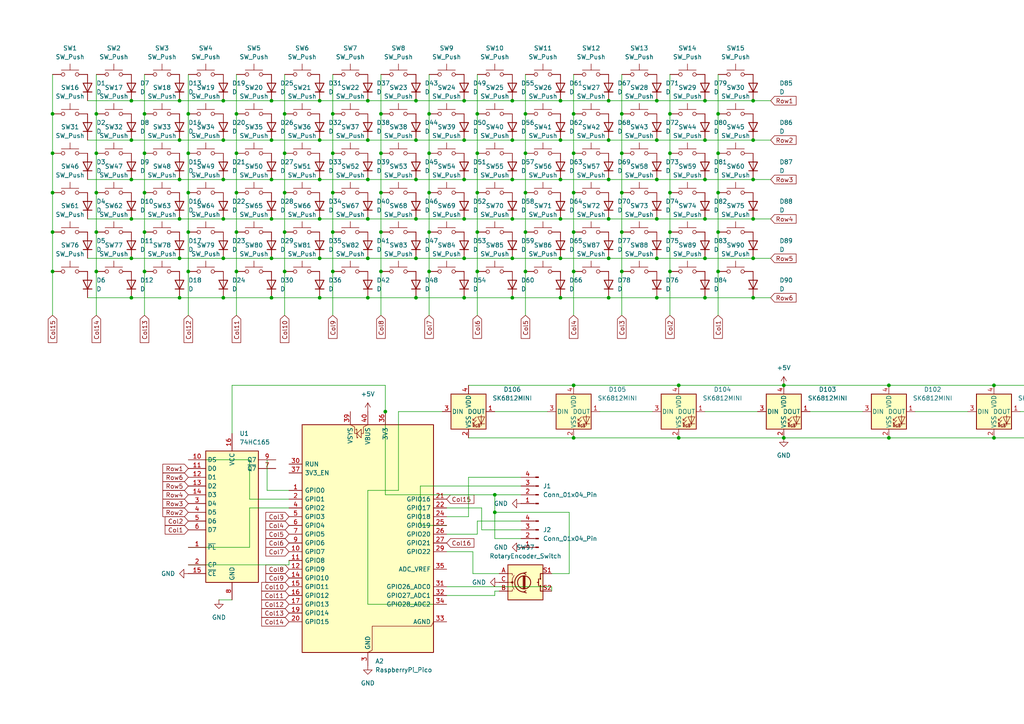
<source format=kicad_sch>
(kicad_sch (version 20250114) (generator "eeschema") (generator_version "9.0")
  (paper "A4")
  (junction (at 162.56 52.07))
  (junction (at 92.71 29.21))
  (junction (at 148.59 52.07))
  (junction (at 138.43 67.31))
  (junction (at 27.94 78.74))
  (junction (at 124.46 78.74))
  (junction (at 208.28 44.45))
  (junction (at 176.53 29.21))
  (junction (at 15.24 67.31))
  (junction (at 194.31 44.45))
  (junction (at 148.59 29.21))
  (junction (at 190.5 74.93))
  (junction (at 138.43 33.02))
  (junction (at 96.52 33.02))
  (junction (at 134.62 29.21))
  (junction (at 111.76 119.38))
  (junction (at 92.71 74.93))
  (junction (at 166.37 33.02))
  (junction (at 218.44 29.21))
  (junction (at 176.53 52.07))
  (junction (at 92.71 52.07))
  (junction (at 208.28 55.88))
  (junction (at 54.61 67.31))
  (junction (at 64.77 29.21))
  (junction (at 190.5 63.5))
  (junction (at 218.44 74.93))
  (junction (at 38.1 86.36))
  (junction (at 110.49 55.88))
  (junction (at 124.46 44.45))
  (junction (at 162.56 40.64))
  (junction (at 110.49 33.02))
  (junction (at 78.74 63.5))
  (junction (at 54.61 44.45))
  (junction (at 134.62 74.93))
  (junction (at 106.68 86.36))
  (junction (at 148.59 40.64))
  (junction (at 64.77 74.93))
  (junction (at 68.58 33.02))
  (junction (at 152.4 55.88))
  (junction (at 208.28 78.74))
  (junction (at 166.37 127))
  (junction (at 106.68 74.93))
  (junction (at 78.74 52.07))
  (junction (at 92.71 86.36))
  (junction (at 257.81 111.76))
  (junction (at 52.07 40.64))
  (junction (at 52.07 52.07))
  (junction (at 204.47 86.36))
  (junction (at 180.34 44.45))
  (junction (at 52.07 86.36))
  (junction (at 82.55 44.45))
  (junction (at 110.49 78.74))
  (junction (at 208.28 67.31))
  (junction (at 38.1 52.07))
  (junction (at 41.91 44.45))
  (junction (at 78.74 86.36))
  (junction (at 227.33 127))
  (junction (at 110.49 67.31))
  (junction (at 288.29 127))
  (junction (at 15.24 55.88))
  (junction (at 143.51 143.51))
  (junction (at 68.58 67.31))
  (junction (at 110.49 44.45))
  (junction (at 120.65 74.93))
  (junction (at 166.37 78.74))
  (junction (at 194.31 55.88))
  (junction (at 204.47 29.21))
  (junction (at 218.44 86.36))
  (junction (at 288.29 111.76))
  (junction (at 64.77 40.64))
  (junction (at 124.46 33.02))
  (junction (at 318.77 127))
  (junction (at 27.94 33.02))
  (junction (at 152.4 44.45))
  (junction (at 196.85 127))
  (junction (at 41.91 55.88))
  (junction (at 257.81 127))
  (junction (at 190.5 29.21))
  (junction (at 38.1 63.5))
  (junction (at 194.31 67.31))
  (junction (at 204.47 74.93))
  (junction (at 120.65 52.07))
  (junction (at 166.37 55.88))
  (junction (at 143.51 148.59))
  (junction (at 27.94 44.45))
  (junction (at 38.1 74.93))
  (junction (at 152.4 67.31))
  (junction (at 64.77 52.07))
  (junction (at 78.74 74.93))
  (junction (at 41.91 33.02))
  (junction (at 15.24 78.74))
  (junction (at 134.62 63.5))
  (junction (at 194.31 33.02))
  (junction (at 148.59 63.5))
  (junction (at 138.43 44.45))
  (junction (at 176.53 74.93))
  (junction (at 166.37 67.31))
  (junction (at 96.52 44.45))
  (junction (at 204.47 40.64))
  (junction (at 106.68 52.07))
  (junction (at 124.46 55.88))
  (junction (at 68.58 44.45))
  (junction (at 190.5 86.36))
  (junction (at 162.56 29.21))
  (junction (at 180.34 67.31))
  (junction (at 41.91 78.74))
  (junction (at 15.24 33.02))
  (junction (at 152.4 78.74))
  (junction (at 196.85 111.76))
  (junction (at 106.68 29.21))
  (junction (at 64.77 63.5))
  (junction (at 176.53 86.36))
  (junction (at 52.07 63.5))
  (junction (at 124.46 67.31))
  (junction (at 54.61 78.74))
  (junction (at 190.5 40.64))
  (junction (at 208.28 33.02))
  (junction (at 106.68 40.64))
  (junction (at 15.24 44.45))
  (junction (at 54.61 55.88))
  (junction (at 120.65 63.5))
  (junction (at 27.94 67.31))
  (junction (at 38.1 29.21))
  (junction (at 134.62 40.64))
  (junction (at 227.33 111.76))
  (junction (at 194.31 78.74))
  (junction (at 134.62 86.36))
  (junction (at 148.59 74.93))
  (junction (at 82.55 55.88))
  (junction (at 180.34 78.74))
  (junction (at 64.77 86.36))
  (junction (at 180.34 33.02))
  (junction (at 162.56 86.36))
  (junction (at 166.37 44.45))
  (junction (at 204.47 63.5))
  (junction (at 176.53 40.64))
  (junction (at 138.43 55.88))
  (junction (at 96.52 67.31))
  (junction (at 190.5 52.07))
  (junction (at 52.07 74.93))
  (junction (at 96.52 78.74))
  (junction (at 68.58 78.74))
  (junction (at 148.59 86.36))
  (junction (at 68.58 55.88))
  (junction (at 120.65 86.36))
  (junction (at 176.53 63.5))
  (junction (at 204.47 52.07))
  (junction (at 82.55 78.74))
  (junction (at 120.65 40.64))
  (junction (at 218.44 63.5))
  (junction (at 92.71 63.5))
  (junction (at 78.74 40.64))
  (junction (at 82.55 33.02))
  (junction (at 218.44 40.64))
  (junction (at 52.07 29.21))
  (junction (at 41.91 67.31))
  (junction (at 78.74 29.21))
  (junction (at 106.68 63.5))
  (junction (at 162.56 63.5))
  (junction (at 152.4 33.02))
  (junction (at 92.71 40.64))
  (junction (at 162.56 74.93))
  (junction (at 318.77 111.76))
  (junction (at 27.94 55.88))
  (junction (at 218.44 52.07))
  (junction (at 38.1 40.64))
  (junction (at 134.62 52.07))
  (junction (at 96.52 55.88))
  (junction (at 82.55 67.31))
  (junction (at 138.43 78.74))
  (junction (at 180.34 55.88))
  (junction (at 54.61 33.02))
  (junction (at 166.37 111.76))
  (junction (at 120.65 29.21))
  (wire (pts (xy 295.91 119.38) (xy 311.15 119.38)))
  (wire (pts (xy 151.13 143.51) (xy 143.51 143.51)))
  (wire (pts (xy 120.65 63.5) (xy 134.62 63.5)))
  (wire (pts (xy 190.5 86.36) (xy 204.47 86.36)))
  (wire (pts (xy 124.46 21.59) (xy 124.46 33.02)))
  (wire (pts (xy 190.5 29.21) (xy 204.47 29.21)))
  (wire (pts (xy 72.39 133.35) (xy 72.39 144.78)))
  (wire (pts (xy 176.53 52.07) (xy 190.5 52.07)))
  (wire (pts (xy 208.28 44.45) (xy 208.28 55.88)))
  (wire (pts (xy 148.59 52.07) (xy 162.56 52.07)))
  (wire (pts (xy 38.1 63.5) (xy 52.07 63.5)))
  (wire (pts (xy 138.43 33.02) (xy 138.43 44.45)))
  (wire (pts (xy 138.43 67.31) (xy 138.43 78.74)))
  (wire (pts (xy 137.16 166.37) (xy 137.16 160.02)))
  (wire (pts (xy 135.89 149.86) (xy 129.54 149.86)))
  (wire (pts (xy 194.31 67.31) (xy 194.31 78.74)))
  (wire (pts (xy 78.74 86.36) (xy 92.71 86.36)))
  (wire (pts (xy 176.53 86.36) (xy 190.5 86.36)))
  (wire (pts (xy 318.77 127) (xy 349.25 127)))
  (wire (pts (xy 52.07 63.5) (xy 64.77 63.5)))
  (wire (pts (xy 208.28 67.31) (xy 208.28 78.74)))
  (wire (pts (xy 194.31 44.45) (xy 194.31 55.88)))
  (wire (pts (xy 134.62 74.93) (xy 148.59 74.93)))
  (wire (pts (xy 77.47 133.35) (xy 77.47 142.24)))
  (wire (pts (xy 166.37 67.31) (xy 166.37 78.74)))
  (wire (pts (xy 25.4 74.93) (xy 38.1 74.93)))
  (wire (pts (xy 15.24 44.45) (xy 15.24 55.88)))
  (wire (pts (xy 67.31 173.99) (xy 63.5 173.99)))
  (wire (pts (xy 64.77 40.64) (xy 78.74 40.64)))
  (wire (pts (xy 257.81 111.76) (xy 288.29 111.76)))
  (wire (pts (xy 106.68 175.26) (xy 129.54 175.26)))
  (wire (pts (xy 115.57 142.24) (xy 106.68 142.24)))
  (wire (pts (xy 92.71 74.93) (xy 106.68 74.93)))
  (wire (pts (xy 151.13 156.21) (xy 143.51 156.21)))
  (wire (pts (xy 208.28 55.88) (xy 208.28 67.31)))
  (wire (pts (xy 124.46 33.02) (xy 124.46 44.45)))
  (wire (pts (xy 96.52 44.45) (xy 96.52 55.88)))
  (wire (pts (xy 38.1 86.36) (xy 52.07 86.36)))
  (wire (pts (xy 194.31 33.02) (xy 194.31 44.45)))
  (wire (pts (xy 110.49 78.74) (xy 110.49 91.44)))
  (wire (pts (xy 110.49 21.59) (xy 110.49 33.02)))
  (wire (pts (xy 96.52 78.74) (xy 96.52 91.44)))
  (wire (pts (xy 139.7 153.67) (xy 151.13 153.67)))
  (wire (pts (xy 166.37 111.76) (xy 196.85 111.76)))
  (wire (pts (xy 82.55 44.45) (xy 82.55 55.88)))
  (wire (pts (xy 143.51 148.59) (xy 143.51 143.51)))
  (wire (pts (xy 143.51 143.51) (xy 111.76 143.51)))
  (wire (pts (xy 64.77 29.21) (xy 78.74 29.21)))
  (wire (pts (xy 134.62 40.64) (xy 148.59 40.64)))
  (wire (pts (xy 54.61 133.35) (xy 72.39 133.35)))
  (wire (pts (xy 137.16 160.02) (xy 129.54 160.02)))
  (wire (pts (xy 82.55 33.02) (xy 82.55 44.45)))
  (wire (pts (xy 27.94 55.88) (xy 27.94 67.31)))
  (wire (pts (xy 96.52 67.31) (xy 96.52 78.74)))
  (wire (pts (xy 82.55 55.88) (xy 82.55 67.31)))
  (wire (pts (xy 68.58 67.31) (xy 68.58 78.74)))
  (wire (pts (xy 83.82 163.83) (xy 83.82 162.56)))
  (wire (pts (xy 227.33 127) (xy 257.81 127)))
  (wire (pts (xy 111.76 143.51) (xy 111.76 119.38)))
  (wire (pts (xy 54.61 21.59) (xy 54.61 33.02)))
  (wire (pts (xy 166.37 78.74) (xy 166.37 91.44)))
  (wire (pts (xy 54.61 163.83) (xy 83.82 163.83)))
  (wire (pts (xy 41.91 67.31) (xy 41.91 78.74)))
  (wire (pts (xy 138.43 154.94) (xy 129.54 154.94)))
  (wire (pts (xy 143.51 172.72) (xy 129.54 172.72)))
  (wire (pts (xy 166.37 127) (xy 196.85 127)))
  (wire (pts (xy 121.92 152.4) (xy 121.92 140.97)))
  (wire (pts (xy 129.54 170.18) (xy 160.02 170.18)))
  (wire (pts (xy 218.44 40.64) (xy 223.52 40.64)))
  (wire (pts (xy 92.71 63.5) (xy 106.68 63.5)))
  (wire (pts (xy 204.47 74.93) (xy 218.44 74.93)))
  (wire (pts (xy 124.46 67.31) (xy 124.46 78.74)))
  (wire (pts (xy 223.52 29.21) (xy 218.44 29.21)))
  (wire (pts (xy 218.44 74.93) (xy 223.52 74.93)))
  (wire (pts (xy 165.1 148.59) (xy 143.51 148.59)))
  (wire (pts (xy 176.53 40.64) (xy 190.5 40.64)))
  (wire (pts (xy 196.85 127) (xy 227.33 127)))
  (wire (pts (xy 92.71 86.36) (xy 106.68 86.36)))
  (wire (pts (xy 52.07 74.93) (xy 64.77 74.93)))
  (wire (pts (xy 78.74 29.21) (xy 92.71 29.21)))
  (wire (pts (xy 78.74 63.5) (xy 92.71 63.5)))
  (wire (pts (xy 128.27 119.38) (xy 115.57 119.38)))
  (wire (pts (xy 194.31 21.59) (xy 194.31 33.02)))
  (wire (pts (xy 288.29 111.76) (xy 318.77 111.76)))
  (wire (pts (xy 143.51 171.45) (xy 143.51 172.72)))
  (wire (pts (xy 25.4 29.21) (xy 38.1 29.21)))
  (wire (pts (xy 138.43 21.59) (xy 138.43 33.02)))
  (wire (pts (xy 204.47 86.36) (xy 218.44 86.36)))
  (wire (pts (xy 160.02 166.37) (xy 165.1 166.37)))
  (wire (pts (xy 106.68 52.07) (xy 120.65 52.07)))
  (wire (pts (xy 151.13 138.43) (xy 135.89 138.43)))
  (wire (pts (xy 138.43 55.88) (xy 138.43 67.31)))
  (wire (pts (xy 68.58 21.59) (xy 68.58 33.02)))
  (wire (pts (xy 115.57 119.38) (xy 115.57 142.24)))
  (wire (pts (xy 166.37 44.45) (xy 166.37 55.88)))
  (wire (pts (xy 110.49 55.88) (xy 110.49 67.31)))
  (wire (pts (xy 82.55 78.74) (xy 82.55 91.44)))
  (wire (pts (xy 124.46 78.74) (xy 124.46 91.44)))
  (wire (pts (xy 27.94 21.59) (xy 27.94 33.02)))
  (wire (pts (xy 52.07 29.21) (xy 64.77 29.21)))
  (wire (pts (xy 135.89 111.76) (xy 166.37 111.76)))
  (wire (pts (xy 110.49 44.45) (xy 110.49 55.88)))
  (wire (pts (xy 152.4 78.74) (xy 152.4 91.44)))
  (wire (pts (xy 180.34 44.45) (xy 180.34 55.88)))
  (wire (pts (xy 68.58 78.74) (xy 68.58 91.44)))
  (wire (pts (xy 129.54 147.32) (xy 139.7 147.32)))
  (wire (pts (xy 77.47 142.24) (xy 83.82 142.24)))
  (wire (pts (xy 120.65 40.64) (xy 134.62 40.64)))
  (wire (pts (xy 106.68 40.64) (xy 120.65 40.64)))
  (wire (pts (xy 223.52 63.5) (xy 218.44 63.5)))
  (wire (pts (xy 15.24 78.74) (xy 15.24 91.44)))
  (wire (pts (xy 120.65 29.21) (xy 134.62 29.21)))
  (wire (pts (xy 110.49 33.02) (xy 110.49 44.45)))
  (wire (pts (xy 120.65 86.36) (xy 134.62 86.36)))
  (wire (pts (xy 196.85 111.76) (xy 227.33 111.76)))
  (wire (pts (xy 257.81 127) (xy 288.29 127)))
  (wire (pts (xy 223.52 86.36) (xy 218.44 86.36)))
  (wire (pts (xy 96.52 33.02) (xy 96.52 44.45)))
  (wire (pts (xy 52.07 52.07) (xy 64.77 52.07)))
  (wire (pts (xy 72.39 144.78) (xy 83.82 144.78)))
  (wire (pts (xy 64.77 74.93) (xy 78.74 74.93)))
  (wire (pts (xy 106.68 74.93) (xy 120.65 74.93)))
  (wire (pts (xy 92.71 29.21) (xy 106.68 29.21)))
  (wire (pts (xy 148.59 63.5) (xy 162.56 63.5)))
  (wire (pts (xy 92.71 40.64) (xy 106.68 40.64)))
  (wire (pts (xy 190.5 40.64) (xy 204.47 40.64)))
  (wire (pts (xy 96.52 55.88) (xy 96.52 67.31)))
  (wire (pts (xy 180.34 55.88) (xy 180.34 67.31)))
  (wire (pts (xy 204.47 29.21) (xy 218.44 29.21)))
  (wire (pts (xy 234.95 119.38) (xy 250.19 119.38)))
  (wire (pts (xy 326.39 119.38) (xy 341.63 119.38)))
  (wire (pts (xy 25.4 86.36) (xy 38.1 86.36)))
  (wire (pts (xy 106.68 86.36) (xy 120.65 86.36)))
  (wire (pts (xy 41.91 55.88) (xy 41.91 67.31)))
  (wire (pts (xy 38.1 40.64) (xy 52.07 40.64)))
  (wire (pts (xy 190.5 63.5) (xy 204.47 63.5)))
  (wire (pts (xy 288.29 127) (xy 318.77 127)))
  (wire (pts (xy 82.55 21.59) (xy 82.55 33.02)))
  (wire (pts (xy 148.59 29.21) (xy 162.56 29.21)))
  (wire (pts (xy 144.78 166.37) (xy 137.16 166.37)))
  (wire (pts (xy 111.76 119.38) (xy 111.76 111.76)))
  (wire (pts (xy 38.1 29.21) (xy 52.07 29.21)))
  (wire (pts (xy 72.39 158.75) (xy 72.39 147.32)))
  (wire (pts (xy 38.1 74.93) (xy 52.07 74.93)))
  (wire (pts (xy 162.56 86.36) (xy 176.53 86.36)))
  (wire (pts (xy 143.51 156.21) (xy 143.51 148.59)))
  (wire (pts (xy 27.94 78.74) (xy 27.94 91.44)))
  (wire (pts (xy 78.74 40.64) (xy 92.71 40.64)))
  (wire (pts (xy 54.61 78.74) (xy 54.61 91.44)))
  (wire (pts (xy 52.07 86.36) (xy 64.77 86.36)))
  (wire (pts (xy 180.34 21.59) (xy 180.34 33.02)))
  (wire (pts (xy 68.58 44.45) (xy 68.58 55.88)))
  (wire (pts (xy 72.39 147.32) (xy 83.82 147.32)))
  (wire (pts (xy 135.89 138.43) (xy 135.89 149.86)))
  (wire (pts (xy 143.51 171.45) (xy 144.78 171.45)))
  (wire (pts (xy 204.47 119.38) (xy 219.71 119.38)))
  (wire (pts (xy 106.68 29.21) (xy 120.65 29.21)))
  (wire (pts (xy 78.74 74.93) (xy 92.71 74.93)))
  (wire (pts (xy 25.4 52.07) (xy 38.1 52.07)))
  (wire (pts (xy 208.28 33.02) (xy 208.28 44.45)))
  (wire (pts (xy 180.34 78.74) (xy 180.34 91.44)))
  (wire (pts (xy 134.62 29.21) (xy 148.59 29.21)))
  (wire (pts (xy 27.94 44.45) (xy 27.94 55.88)))
  (wire (pts (xy 152.4 33.02) (xy 152.4 44.45)))
  (wire (pts (xy 162.56 63.5) (xy 176.53 63.5)))
  (wire (pts (xy 138.43 78.74) (xy 138.43 91.44)))
  (wire (pts (xy 41.91 78.74) (xy 41.91 91.44)))
  (wire (pts (xy 176.53 63.5) (xy 190.5 63.5)))
  (wire (pts (xy 80.01 133.35) (xy 77.47 133.35)))
  (wire (pts (xy 194.31 55.88) (xy 194.31 67.31)))
  (wire (pts (xy 162.56 52.07) (xy 176.53 52.07)))
  (wire (pts (xy 54.61 33.02) (xy 54.61 44.45)))
  (wire (pts (xy 96.52 21.59) (xy 96.52 33.02)))
  (wire (pts (xy 110.49 67.31) (xy 110.49 78.74)))
  (wire (pts (xy 208.28 78.74) (xy 208.28 91.44)))
  (wire (pts (xy 160.02 171.45) (xy 160.02 170.18)))
  (wire (pts (xy 152.4 44.45) (xy 152.4 55.88)))
  (wire (pts (xy 25.4 40.64) (xy 38.1 40.64)))
  (wire (pts (xy 64.77 52.07) (xy 78.74 52.07)))
  (wire (pts (xy 129.54 152.4) (xy 121.92 152.4)))
  (wire (pts (xy 165.1 166.37) (xy 165.1 148.59)))
  (wire (pts (xy 64.77 86.36) (xy 78.74 86.36)))
  (wire (pts (xy 64.77 63.5) (xy 78.74 63.5)))
  (wire (pts (xy 67.31 111.76) (xy 67.31 125.73)))
  (wire (pts (xy 111.76 111.76) (xy 67.31 111.76)))
  (wire (pts (xy 106.68 142.24) (xy 106.68 175.26)))
  (wire (pts (xy 218.44 52.07) (xy 223.52 52.07)))
  (wire (pts (xy 41.91 21.59) (xy 41.91 33.02)))
  (wire (pts (xy 27.94 67.31) (xy 27.94 78.74)))
  (wire (pts (xy 151.13 151.13) (xy 138.43 151.13)))
  (wire (pts (xy 152.4 55.88) (xy 152.4 67.31)))
  (wire (pts (xy 166.37 55.88) (xy 166.37 67.31)))
  (wire (pts (xy 134.62 86.36) (xy 148.59 86.36)))
  (wire (pts (xy 208.28 21.59) (xy 208.28 33.02)))
  (wire (pts (xy 204.47 40.64) (xy 218.44 40.64)))
  (wire (pts (xy 27.94 33.02) (xy 27.94 44.45)))
  (wire (pts (xy 78.74 52.07) (xy 92.71 52.07)))
  (wire (pts (xy 138.43 44.45) (xy 138.43 55.88)))
  (wire (pts (xy 176.53 74.93) (xy 190.5 74.93)))
  (wire (pts (xy 162.56 74.93) (xy 176.53 74.93)))
  (wire (pts (xy 152.4 67.31) (xy 152.4 78.74)))
  (wire (pts (xy 15.24 67.31) (xy 15.24 78.74)))
  (wire (pts (xy 41.91 33.02) (xy 41.91 44.45)))
  (wire (pts (xy 54.61 55.88) (xy 54.61 67.31)))
  (wire (pts (xy 134.62 63.5) (xy 148.59 63.5)))
  (wire (pts (xy 15.24 21.59) (xy 15.24 33.02)))
  (wire (pts (xy 166.37 33.02) (xy 166.37 44.45)))
  (wire (pts (xy 152.4 21.59) (xy 152.4 33.02)))
  (wire (pts (xy 176.53 29.21) (xy 190.5 29.21)))
  (wire (pts (xy 68.58 55.88) (xy 68.58 67.31)))
  (wire (pts (xy 166.37 21.59) (xy 166.37 33.02)))
  (wire (pts (xy 92.71 52.07) (xy 106.68 52.07)))
  (wire (pts (xy 121.92 140.97) (xy 151.13 140.97)))
  (wire (pts (xy 265.43 119.38) (xy 280.67 119.38)))
  (wire (pts (xy 15.24 33.02) (xy 15.24 44.45)))
  (wire (pts (xy 180.34 33.02) (xy 180.34 44.45)))
  (wire (pts (xy 41.91 44.45) (xy 41.91 55.88)))
  (wire (pts (xy 52.07 40.64) (xy 64.77 40.64)))
  (wire (pts (xy 173.99 119.38) (xy 189.23 119.38)))
  (wire (pts (xy 38.1 52.07) (xy 52.07 52.07)))
  (wire (pts (xy 227.33 111.76) (xy 257.81 111.76)))
  (wire (pts (xy 106.68 63.5) (xy 120.65 63.5)))
  (wire (pts (xy 148.59 40.64) (xy 162.56 40.64)))
  (wire (pts (xy 204.47 63.5) (xy 218.44 63.5)))
  (wire (pts (xy 54.61 67.31) (xy 54.61 78.74)))
  (wire (pts (xy 162.56 40.64) (xy 176.53 40.64)))
  (wire (pts (xy 190.5 74.93) (xy 204.47 74.93)))
  (wire (pts (xy 134.62 52.07) (xy 148.59 52.07)))
  (wire (pts (xy 180.34 67.31) (xy 180.34 78.74)))
  (wire (pts (xy 148.59 74.93) (xy 162.56 74.93)))
  (wire (pts (xy 318.77 111.76) (xy 349.25 111.76)))
  (wire (pts (xy 143.51 119.38) (xy 158.75 119.38)))
  (wire (pts (xy 162.56 29.21) (xy 176.53 29.21)))
  (wire (pts (xy 120.65 52.07) (xy 134.62 52.07)))
  (wire (pts (xy 15.24 55.88) (xy 15.24 67.31)))
  (wire (pts (xy 25.4 63.5) (xy 38.1 63.5)))
  (wire (pts (xy 120.65 74.93) (xy 134.62 74.93)))
  (wire (pts (xy 194.31 78.74) (xy 194.31 91.44)))
  (wire (pts (xy 54.61 44.45) (xy 54.61 55.88)))
  (wire (pts (xy 148.59 86.36) (xy 162.56 86.36)))
  (wire (pts (xy 54.61 158.75) (xy 72.39 158.75)))
  (wire (pts (xy 124.46 55.88) (xy 124.46 67.31)))
  (wire (pts (xy 135.89 127) (xy 166.37 127)))
  (wire (pts (xy 68.58 33.02) (xy 68.58 44.45)))
  (wire (pts (xy 139.7 147.32) (xy 139.7 153.67)))
  (wire (pts (xy 138.43 151.13) (xy 138.43 154.94)))
  (wire (pts (xy 204.47 52.07) (xy 218.44 52.07)))
  (wire (pts (xy 124.46 44.45) (xy 124.46 55.88)))
  (wire (pts (xy 190.5 52.07) (xy 204.47 52.07)))
  (wire (pts (xy 82.55 67.31) (xy 82.55 78.74)))
  (global_label "Col14" (shape input) (at 83.82 180.34 180) (property "Intersheetrefs" "${INTERSHEET_REFS}" (effects (hide yes))))
  (global_label "Col11" (shape input) (at 83.82 172.72 180) (property "Intersheetrefs" "${INTERSHEET_REFS}" (effects (hide yes))))
  (global_label "Col6" (shape input) (at 138.43 91.44 270) (property "Intersheetrefs" "${INTERSHEET_REFS}" (effects (hide yes))))
  (global_label "Row4" (shape input) (at 54.61 143.51 180) (property "Intersheetrefs" "${INTERSHEET_REFS}" (effects (hide yes))))
  (global_label "Col1" (shape input) (at 54.61 153.67 180) (property "Intersheetrefs" "${INTERSHEET_REFS}" (effects (hide yes))))
  (global_label "Row4" (shape input) (at 223.52 63.5 0) (property "Intersheetrefs" "${INTERSHEET_REFS}" (effects (hide yes))))
  (global_label "Col1" (shape input) (at 208.28 91.44 270) (property "Intersheetrefs" "${INTERSHEET_REFS}" (effects (hide yes))))
  (global_label "Col9" (shape input) (at 83.82 167.64 180) (property "Intersheetrefs" "${INTERSHEET_REFS}" (effects (hide yes))))
  (global_label "Col13" (shape input) (at 83.82 177.8 180) (property "Intersheetrefs" "${INTERSHEET_REFS}" (effects (hide yes))))
  (global_label "Row6" (shape input) (at 54.61 138.43 180) (property "Intersheetrefs" "${INTERSHEET_REFS}" (effects (hide yes))))
  (global_label "Row2" (shape input) (at 54.61 148.59 180) (property "Intersheetrefs" "${INTERSHEET_REFS}" (effects (hide yes))))
  (global_label "Col4" (shape input) (at 83.82 152.4 180) (property "Intersheetrefs" "${INTERSHEET_REFS}" (effects (hide yes))))
  (global_label "Col5" (shape input) (at 83.82 154.94 180) (property "Intersheetrefs" "${INTERSHEET_REFS}" (effects (hide yes))))
  (global_label "Row3" (shape input) (at 223.52 52.07 0) (property "Intersheetrefs" "${INTERSHEET_REFS}" (effects (hide yes))))
  (global_label "Col3" (shape input) (at 83.82 149.86 180) (property "Intersheetrefs" "${INTERSHEET_REFS}" (effects (hide yes))))
  (global_label "Col12" (shape input) (at 54.61 91.44 270) (property "Intersheetrefs" "${INTERSHEET_REFS}" (effects (hide yes))))
  (global_label "Col4" (shape input) (at 166.37 91.44 270) (property "Intersheetrefs" "${INTERSHEET_REFS}" (effects (hide yes))))
  (global_label "Row5" (shape input) (at 223.52 74.93 0) (property "Intersheetrefs" "${INTERSHEET_REFS}" (effects (hide yes))))
  (global_label "Col2" (shape input) (at 194.31 91.44 270) (property "Intersheetrefs" "${INTERSHEET_REFS}" (effects (hide yes))))
  (global_label "Col5" (shape input) (at 152.4 91.44 270) (property "Intersheetrefs" "${INTERSHEET_REFS}" (effects (hide yes))))
  (global_label "Col15" (shape input) (at 129.54 144.78 0) (property "Intersheetrefs" "${INTERSHEET_REFS}" (effects (hide yes))))
  (global_label "Col16" (shape input) (at 129.54 157.48 0) (property "Intersheetrefs" "${INTERSHEET_REFS}" (effects (hide yes))))
  (global_label "Col2" (shape input) (at 54.61 151.13 180) (property "Intersheetrefs" "${INTERSHEET_REFS}" (effects (hide yes))))
  (global_label "Col12" (shape input) (at 83.82 175.26 180) (property "Intersheetrefs" "${INTERSHEET_REFS}" (effects (hide yes))))
  (global_label "Col9" (shape input) (at 96.52 91.44 270) (property "Intersheetrefs" "${INTERSHEET_REFS}" (effects (hide yes))))
  (global_label "Col7" (shape input) (at 83.82 160.02 180) (property "Intersheetrefs" "${INTERSHEET_REFS}" (effects (hide yes))))
  (global_label "Col8" (shape input) (at 83.82 165.1 180) (property "Intersheetrefs" "${INTERSHEET_REFS}" (effects (hide yes))))
  (global_label "Col11" (shape input) (at 68.58 91.44 270) (property "Intersheetrefs" "${INTERSHEET_REFS}" (effects (hide yes))))
  (global_label "Col15" (shape input) (at 15.24 91.44 270) (property "Intersheetrefs" "${INTERSHEET_REFS}" (effects (hide yes))))
  (global_label "Row5" (shape input) (at 54.61 140.97 180) (property "Intersheetrefs" "${INTERSHEET_REFS}" (effects (hide yes))))
  (global_label "Row3" (shape input) (at 54.61 146.05 180) (property "Intersheetrefs" "${INTERSHEET_REFS}" (effects (hide yes))))
  (global_label "Col8" (shape input) (at 110.49 91.44 270) (property "Intersheetrefs" "${INTERSHEET_REFS}" (effects (hide yes))))
  (global_label "Col10" (shape input) (at 83.82 170.18 180) (property "Intersheetrefs" "${INTERSHEET_REFS}" (effects (hide yes))))
  (global_label "Row1" (shape input) (at 54.61 135.89 180) (property "Intersheetrefs" "${INTERSHEET_REFS}" (effects (hide yes))))
  (global_label "Col13" (shape input) (at 41.91 91.44 270) (property "Intersheetrefs" "${INTERSHEET_REFS}" (effects (hide yes))))
  (global_label "Col6" (shape input) (at 83.82 157.48 180) (property "Intersheetrefs" "${INTERSHEET_REFS}" (effects (hide yes))))
  (global_label "Col7" (shape input) (at 124.46 91.44 270) (property "Intersheetrefs" "${INTERSHEET_REFS}" (effects (hide yes))))
  (global_label "Row6" (shape input) (at 223.52 86.36 0) (property "Intersheetrefs" "${INTERSHEET_REFS}" (effects (hide yes))))
  (global_label "Col10" (shape input) (at 82.55 91.44 270) (property "Intersheetrefs" "${INTERSHEET_REFS}" (effects (hide yes))))
  (global_label "Col3" (shape input) (at 180.34 91.44 270) (property "Intersheetrefs" "${INTERSHEET_REFS}" (effects (hide yes))))
  (global_label "Row2" (shape input) (at 223.52 40.64 0) (property "Intersheetrefs" "${INTERSHEET_REFS}" (effects (hide yes))))
  (global_label "Col14" (shape input) (at 27.94 91.44 270) (property "Intersheetrefs" "${INTERSHEET_REFS}" (effects (hide yes))))
  (global_label "Row1" (shape input) (at 223.52 29.21 0) (property "Intersheetrefs" "${INTERSHEET_REFS}" (effects (hide yes))))
  (symbol (lib_id "Device:D") (at 162.56 71.12 90) (unit 1)
    (property "Reference" "D65" (at 165.1 69.8499 90) (effects (justify right)))
    (property "Value" "D" (at 165.1 72.3899 90) (effects (justify right)))
    (property "Footprint" "Diode_THT:D_DO-35_SOD27_P7.62mm_Horizontal" (effects (hide yes)))
    (property "Description" "Diode" (effects (hide yes)))
    (property "Sim.Device" "D" (effects (hide yes)))
    (property "Sim.Pins" "1=K 2=A" (effects (hide yes)))
  )
  (symbol (lib_id "Switch:SW_Push") (at 59.69 78.74 0) (unit 1)
    (property "Reference" "SW79" (at 59.69 71.12 0))
    (property "Value" "SW_Push" (at 59.69 73.66 0))
    (property "Footprint" "test:SW_Cherry_MX_1.00u_PCB" (effects (hide yes)))
    (property "Description" "Push button switch, generic, two pins" (effects (hide yes)))
  )
  (symbol (lib_id "Device:D") (at 52.07 59.69 90) (unit 1)
    (property "Reference" "D16" (at 54.61 58.4199 90) (effects (justify right)))
    (property "Value" "D" (at 54.61 60.9599 90) (effects (justify right)))
    (property "Footprint" "Diode_THT:D_DO-35_SOD27_P7.62mm_Horizontal" (effects (hide yes)))
    (property "Description" "Diode" (effects (hide yes)))
    (property "Sim.Device" "D" (effects (hide yes)))
    (property "Sim.Pins" "1=K 2=A" (effects (hide yes)))
  )
  (symbol (lib_id "Device:D") (at 176.53 59.69 90) (unit 1)
    (property "Reference" "D70" (at 179.07 58.4199 90) (effects (justify right)))
    (property "Value" "D" (at 179.07 60.9599 90) (effects (justify right)))
    (property "Footprint" "Diode_THT:D_DO-35_SOD27_P7.62mm_Horizontal" (effects (hide yes)))
    (property "Description" "Diode" (effects (hide yes)))
    (property "Sim.Device" "D" (effects (hide yes)))
    (property "Sim.Pins" "1=K 2=A" (effects (hide yes)))
  )
  (symbol (lib_id "Device:D") (at 162.56 36.83 90) (unit 1)
    (property "Reference" "D62" (at 165.1 35.5599 90) (effects (justify right)))
    (property "Value" "D" (at 165.1 38.0999 90) (effects (justify right)))
    (property "Footprint" "Diode_THT:D_DO-35_SOD27_P7.62mm_Horizontal" (effects (hide yes)))
    (property "Description" "Diode" (effects (hide yes)))
    (property "Sim.Device" "D" (effects (hide yes)))
    (property "Sim.Pins" "1=K 2=A" (effects (hide yes)))
  )
  (symbol (lib_id "Switch:SW_Push") (at 143.51 33.02 0) (unit 1)
    (property "Reference" "SW25" (at 143.51 25.4 0))
    (property "Value" "SW_Push" (at 143.51 27.94 0))
    (property "Footprint" "test:SW_Cherry_MX_1.00u_PCB" (effects (hide yes)))
    (property "Description" "Push button switch, generic, two pins" (effects (hide yes)))
  )
  (symbol (lib_id "Device:D") (at 176.53 71.12 90) (unit 1)
    (property "Reference" "D77" (at 179.07 69.8499 90) (effects (justify right)))
    (property "Value" "D" (at 179.07 72.3899 90) (effects (justify right)))
    (property "Footprint" "Diode_THT:D_DO-35_SOD27_P7.62mm_Horizontal" (effects (hide yes)))
    (property "Description" "Diode" (effects (hide yes)))
    (property "Sim.Device" "D" (effects (hide yes)))
    (property "Sim.Pins" "1=K 2=A" (effects (hide yes)))
  )
  (symbol (lib_id "Device:D") (at 38.1 36.83 90) (unit 1)
    (property "Reference" "D8" (at 40.64 35.5599 90) (effects (justify right)))
    (property "Value" "D" (at 40.64 38.0999 90) (effects (justify right)))
    (property "Footprint" "Diode_THT:D_DO-35_SOD27_P7.62mm_Horizontal" (effects (hide yes)))
    (property "Description" "Diode" (effects (hide yes)))
    (property "Sim.Device" "D" (effects (hide yes)))
    (property "Sim.Pins" "1=K 2=A" (effects (hide yes)))
  )
  (symbol (lib_id "Switch:SW_Push") (at 101.6 67.31 0) (unit 1)
    (property "Reference" "SW67" (at 101.6 59.69 0))
    (property "Value" "SW_Push" (at 101.6 62.23 0))
    (property "Footprint" "test:SW_Cherry_MX_1.00u_PCB" (effects (hide yes)))
    (property "Description" "Push button switch, generic, two pins" (effects (hide yes)))
  )
  (symbol (lib_id "Switch:SW_Push") (at 20.32 44.45 0) (unit 1)
    (property "Reference" "SW31" (at 20.32 36.83 0))
    (property "Value" "SW_Push" (at 20.32 39.37 0))
    (property "Footprint" "test:SW_Cherry_MX_1.00u_PCB" (effects (hide yes)))
    (property "Description" "Push button switch, generic, two pins" (effects (hide yes)))
  )
  (symbol (lib_id "Device:D") (at 92.71 25.4 90) (unit 1)
    (property "Reference" "D31" (at 95.25 24.1299 90) (effects (justify right)))
    (property "Value" "D" (at 95.25 26.6699 90) (effects (justify right)))
    (property "Footprint" "Diode_THT:D_DO-35_SOD27_P7.62mm_Horizontal" (effects (hide yes)))
    (property "Description" "Diode" (effects (hide yes)))
    (property "Sim.Device" "D" (effects (hide yes)))
    (property "Sim.Pins" "1=K 2=A" (effects (hide yes)))
  )
  (symbol (lib_id "power:+5V") (at 227.33 111.76 0) (unit 1)
    (property "Reference" "#PWR08" (effects (hide yes)))
    (property "Value" "+5V" (at 227.33 106.68 0))
    (property "Description" "Power symbol creates a global label with name \"+5V\"" (effects (hide yes)))
  )
  (symbol (lib_id "Switch:SW_Push") (at 101.6 55.88 0) (unit 1)
    (property "Reference" "SW52" (at 101.6 48.26 0))
    (property "Value" "SW_Push" (at 101.6 50.8 0))
    (property "Footprint" "test:SW_Cherry_MX_1.00u_PCB" (effects (hide yes)))
    (property "Description" "Push button switch, generic, two pins" (effects (hide yes)))
  )
  (symbol (lib_id "Device:D") (at 92.71 71.12 90) (unit 1)
    (property "Reference" "D35" (at 95.25 69.8499 90) (effects (justify right)))
    (property "Value" "D" (at 95.25 72.3899 90) (effects (justify right)))
    (property "Footprint" "Diode_THT:D_DO-35_SOD27_P7.62mm_Horizontal" (effects (hide yes)))
    (property "Description" "Diode" (effects (hide yes)))
    (property "Sim.Device" "D" (effects (hide yes)))
    (property "Sim.Pins" "1=K 2=A" (effects (hide yes)))
  )
  (symbol (lib_id "Device:D") (at 190.5 25.4 90) (unit 1)
    (property "Reference" "D71" (at 193.04 24.1299 90) (effects (justify right)))
    (property "Value" "D" (at 193.04 26.6699 90) (effects (justify right)))
    (property "Footprint" "Diode_THT:D_DO-35_SOD27_P7.62mm_Horizontal" (effects (hide yes)))
    (property "Description" "Diode" (effects (hide yes)))
    (property "Sim.Device" "D" (effects (hide yes)))
    (property "Sim.Pins" "1=K 2=A" (effects (hide yes)))
  )
  (symbol (lib_id "power:GND") (at 63.5 173.99 0) (unit 1)
    (property "Reference" "#PWR03" (effects (hide yes)))
    (property "Value" "GND" (at 63.5 179.07 0))
    (property "Description" "Power symbol creates a global label with name \"GND\" , ground" (effects (hide yes)))
  )
  (symbol (lib_id "Device:D") (at 162.56 59.69 90) (unit 1)
    (property "Reference" "D64" (at 165.1 58.4199 90) (effects (justify right)))
    (property "Value" "D" (at 165.1 60.9599 90) (effects (justify right)))
    (property "Footprint" "Diode_THT:D_DO-35_SOD27_P7.62mm_Horizontal" (effects (hide yes)))
    (property "Description" "Diode" (effects (hide yes)))
    (property "Sim.Device" "D" (effects (hide yes)))
    (property "Sim.Pins" "1=K 2=A" (effects (hide yes)))
  )
  (symbol (lib_id "power:GND") (at 151.13 146.05 270) (unit 1)
    (property "Reference" "#PWR05" (effects (hide yes)))
    (property "Value" "GND" (at 147.32 146.0499 90) (effects (justify right)))
    (property "Description" "Power symbol creates a global label with name \"GND\" , ground" (effects (hide yes)))
  )
  (symbol (lib_id "Switch:SW_Push") (at 185.42 21.59 0) (unit 1)
    (property "Reference" "SW13" (at 185.42 13.97 0))
    (property "Value" "SW_Push" (at 185.42 16.51 0))
    (property "Footprint" "test:SW_Cherry_MX_1.00u_PCB" (effects (hide yes)))
    (property "Description" "Push button switch, generic, two pins" (effects (hide yes)))
  )
  (symbol (lib_id "Switch:SW_Push") (at 115.57 67.31 0) (unit 1)
    (property "Reference" "SW68" (at 115.57 59.69 0))
    (property "Value" "SW_Push" (at 115.57 62.23 0))
    (property "Footprint" "test:SW_Cherry_MX_1.00u_PCB" (effects (hide yes)))
    (property "Description" "Push button switch, generic, two pins" (effects (hide yes)))
  )
  (symbol (lib_id "Device:D") (at 78.74 48.26 90) (unit 1)
    (property "Reference" "D27" (at 81.28 46.9899 90) (effects (justify right)))
    (property "Value" "D" (at 81.28 49.5299 90) (effects (justify right)))
    (property "Footprint" "Diode_THT:D_DO-35_SOD27_P7.62mm_Horizontal" (effects (hide yes)))
    (property "Description" "Diode" (effects (hide yes)))
    (property "Sim.Device" "D" (effects (hide yes)))
    (property "Sim.Pins" "1=K 2=A" (effects (hide yes)))
  )
  (symbol (lib_id "Device:D") (at 78.74 59.69 90) (unit 1)
    (property "Reference" "D28" (at 81.28 58.4199 90) (effects (justify right)))
    (property "Value" "D" (at 81.28 60.9599 90) (effects (justify right)))
    (property "Footprint" "Diode_THT:D_DO-35_SOD27_P7.62mm_Horizontal" (effects (hide yes)))
    (property "Description" "Diode" (effects (hide yes)))
    (property "Sim.Device" "D" (effects (hide yes)))
    (property "Sim.Pins" "1=K 2=A" (effects (hide yes)))
  )
  (symbol (lib_id "Device:D") (at 162.56 25.4 90) (unit 1)
    (property "Reference" "D61" (at 165.1 24.1299 90) (effects (justify right)))
    (property "Value" "D" (at 165.1 26.6699 90) (effects (justify right)))
    (property "Footprint" "Diode_THT:D_DO-35_SOD27_P7.62mm_Horizontal" (effects (hide yes)))
    (property "Description" "Diode" (effects (hide yes)))
    (property "Sim.Device" "D" (effects (hide yes)))
    (property "Sim.Pins" "1=K 2=A" (effects (hide yes)))
  )
  (symbol (lib_id "Device:D") (at 148.59 36.83 90) (unit 1)
    (property "Reference" "D56" (at 151.13 35.5599 90) (effects (justify right)))
    (property "Value" "D" (at 151.13 38.0999 90) (effects (justify right)))
    (property "Footprint" "Diode_THT:D_DO-35_SOD27_P7.62mm_Horizontal" (effects (hide yes)))
    (property "Description" "Diode" (effects (hide yes)))
    (property "Sim.Device" "D" (effects (hide yes)))
    (property "Sim.Pins" "1=K 2=A" (effects (hide yes)))
  )
  (symbol (lib_id "power:+5V") (at 106.68 119.38 0) (unit 1)
    (property "Reference" "#PWR01" (effects (hide yes)))
    (property "Value" "+5V" (at 106.68 114.3 0))
    (property "Description" "Power symbol creates a global label with name \"+5V\"" (effects (hide yes)))
  )
  (symbol (lib_id "Switch:SW_Push") (at 213.36 33.02 0) (unit 1)
    (property "Reference" "SW30" (at 213.36 25.4 0))
    (property "Value" "SW_Push" (at 213.36 27.94 0))
    (property "Footprint" "test:SW_Cherry_MX_1.00u_PCB" (effects (hide yes)))
    (property "Description" "Push button switch, generic, two pins" (effects (hide yes)))
  )
  (symbol (lib_id "Switch:SW_Push") (at 143.51 21.59 0) (unit 1)
    (property "Reference" "SW10" (at 143.51 13.97 0))
    (property "Value" "SW_Push" (at 143.51 16.51 0))
    (property "Footprint" "test:SW_Cherry_MX_1.00u_PCB" (effects (hide yes)))
    (property "Description" "Push button switch, generic, two pins" (effects (hide yes)))
  )
  (symbol (lib_id "Device:D") (at 162.56 48.26 90) (unit 1)
    (property "Reference" "D63" (at 165.1 46.9899 90) (effects (justify right)))
    (property "Value" "D" (at 165.1 49.5299 90) (effects (justify right)))
    (property "Footprint" "Diode_THT:D_DO-35_SOD27_P7.62mm_Horizontal" (effects (hide yes)))
    (property "Description" "Diode" (effects (hide yes)))
    (property "Sim.Device" "D" (effects (hide yes)))
    (property "Sim.Pins" "1=K 2=A" (effects (hide yes)))
  )
  (symbol (lib_id "LED:SK6812MINI") (at 349.25 119.38 0) (unit 1)
    (property "Reference" "D97" (at 361.95 112.9598 0))
    (property "Value" "SK6812MINI" (at 361.95 115.4998 0))
    (property "Footprint" "LED_SMD:LED_SK6812MINI_PLCC4_3.5x3.5mm_P1.75mm" (effects (hide yes)))
    (property "Datasheet" "https://cdn-shop.adafruit.com/product-files/2686/SK6812MINI_REV.01-1-2.pdf" (effects (hide yes)))
    (property "Description" "RGB LED with integrated controller" (effects (hide yes)))
  )
  (symbol (lib_id "Device:D") (at 25.4 71.12 90) (unit 1)
    (property "Reference" "D5" (at 27.94 69.8499 90) (effects (justify right)))
    (property "Value" "D" (at 27.94 72.3899 90) (effects (justify right)))
    (property "Footprint" "Diode_THT:D_DO-35_SOD27_P7.62mm_Horizontal" (effects (hide yes)))
    (property "Description" "Diode" (effects (hide yes)))
    (property "Sim.Device" "D" (effects (hide yes)))
    (property "Sim.Pins" "1=K 2=A" (effects (hide yes)))
  )
  (symbol (lib_id "Switch:SW_Push") (at 115.57 21.59 0) (unit 1)
    (property "Reference" "SW8" (at 115.57 13.97 0))
    (property "Value" "SW_Push" (at 115.57 16.51 0))
    (property "Footprint" "test:SW_Cherry_MX_1.00u_PCB" (effects (hide yes)))
    (property "Description" "Push button switch, generic, two pins" (effects (hide yes)))
  )
  (symbol (lib_id "Switch:SW_Push") (at 199.39 67.31 0) (unit 1)
    (property "Reference" "SW74" (at 199.39 59.69 0))
    (property "Value" "SW_Push" (at 199.39 62.23 0))
    (property "Footprint" "test:SW_Cherry_MX_1.00u_PCB" (effects (hide yes)))
    (property "Description" "Push button switch, generic, two pins" (effects (hide yes)))
  )
  (symbol (lib_id "Switch:SW_Push") (at 143.51 44.45 0) (unit 1)
    (property "Reference" "SW40" (at 143.51 36.83 0))
    (property "Value" "SW_Push" (at 143.51 39.37 0))
    (property "Footprint" "test:SW_Cherry_MX_1.00u_PCB" (effects (hide yes)))
    (property "Description" "Push button switch, generic, two pins" (effects (hide yes)))
  )
  (symbol (lib_id "Device:D") (at 92.71 82.55 90) (unit 1)
    (property "Reference" "D36" (at 95.25 81.2799 90) (effects (justify right)))
    (property "Value" "D" (at 95.25 83.8199 90) (effects (justify right)))
    (property "Footprint" "Diode_THT:D_DO-35_SOD27_P7.62mm_Horizontal" (effects (hide yes)))
    (property "Description" "Diode" (effects (hide yes)))
    (property "Sim.Device" "D" (effects (hide yes)))
    (property "Sim.Pins" "1=K 2=A" (effects (hide yes)))
  )
  (symbol (lib_id "Device:D") (at 148.59 71.12 90) (unit 1)
    (property "Reference" "D59" (at 151.13 69.8499 90) (effects (justify right)))
    (property "Value" "D" (at 151.13 72.3899 90) (effects (justify right)))
    (property "Footprint" "Diode_THT:D_DO-35_SOD27_P7.62mm_Horizontal" (effects (hide yes)))
    (property "Description" "Diode" (effects (hide yes)))
    (property "Sim.Device" "D" (effects (hide yes)))
    (property "Sim.Pins" "1=K 2=A" (effects (hide yes)))
  )
  (symbol (lib_id "Switch:SW_Push") (at 129.54 33.02 0) (unit 1)
    (property "Reference" "SW24" (at 129.54 25.4 0))
    (property "Value" "SW_Push" (at 129.54 27.94 0))
    (property "Footprint" "test:SW_Cherry_MX_1.00u_PCB" (effects (hide yes)))
    (property "Description" "Push button switch, generic, two pins" (effects (hide yes)))
  )
  (symbol (lib_id "Switch:SW_Push") (at 129.54 21.59 0) (unit 1)
    (property "Reference" "SW9" (at 129.54 13.97 0))
    (property "Value" "SW_Push" (at 129.54 16.51 0))
    (property "Footprint" "test:SW_Cherry_MX_1.00u_PCB" (effects (hide yes)))
    (property "Description" "Push button switch, generic, two pins" (effects (hide yes)))
  )
  (symbol (lib_id "Device:D") (at 218.44 48.26 90) (unit 1)
    (property "Reference" "D87" (at 226.06 46.9899 90) (effects (justify right)))
    (property "Value" "D" (at 226.06 49.5299 90) (effects (justify right)))
    (property "Footprint" "Diode_THT:D_DO-35_SOD27_P7.62mm_Horizontal" (effects (hide yes)))
    (property "Description" "Diode" (effects (hide yes)))
    (property "Sim.Device" "D" (effects (hide yes)))
    (property "Sim.Pins" "1=K 2=A" (effects (hide yes)))
  )
  (symbol (lib_id "Device:D") (at 204.47 82.55 90) (unit 1)
    (property "Reference" "D84" (at 207.01 81.2799 90) (effects (justify right)))
    (property "Value" "D" (at 207.01 83.8199 90) (effects (justify right)))
    (property "Footprint" "Diode_THT:D_DO-35_SOD27_P7.62mm_Horizontal" (effects (hide yes)))
    (property "Description" "Diode" (effects (hide yes)))
    (property "Sim.Device" "D" (effects (hide yes)))
    (property "Sim.Pins" "1=K 2=A" (effects (hide yes)))
  )
  (symbol (lib_id "Switch:SW_Push") (at 87.63 21.59 0) (unit 1)
    (property "Reference" "SW6" (at 87.63 13.97 0))
    (property "Value" "SW_Push" (at 87.63 16.51 0))
    (property "Footprint" "test:SW_Cherry_MX_1.00u_PCB" (effects (hide yes)))
    (property "Description" "Push button switch, generic, two pins" (effects (hide yes)))
  )
  (symbol (lib_id "Switch:SW_Push") (at 87.63 67.31 0) (unit 1)
    (property "Reference" "SW66" (at 87.63 59.69 0))
    (property "Value" "SW_Push" (at 87.63 62.23 0))
    (property "Footprint" "test:SW_Cherry_MX_1.00u_PCB" (effects (hide yes)))
    (property "Description" "Push button switch, generic, two pins" (effects (hide yes)))
  )
  (symbol (lib_id "Switch:SW_Push") (at 199.39 55.88 0) (unit 1)
    (property "Reference" "SW59" (at 199.39 48.26 0))
    (property "Value" "SW_Push" (at 199.39 50.8 0))
    (property "Footprint" "test:SW_Cherry_MX_1.00u_PCB" (effects (hide yes)))
    (property "Description" "Push button switch, generic, two pins" (effects (hide yes)))
  )
  (symbol (lib_id "Device:D") (at 92.71 48.26 90) (unit 1)
    (property "Reference" "D33" (at 95.25 46.9899 90) (effects (justify right)))
    (property "Value" "D" (at 95.25 49.5299 90) (effects (justify right)))
    (property "Footprint" "Diode_THT:D_DO-35_SOD27_P7.62mm_Horizontal" (effects (hide yes)))
    (property "Description" "Diode" (effects (hide yes)))
    (property "Sim.Device" "D" (effects (hide yes)))
    (property "Sim.Pins" "1=K 2=A" (effects (hide yes)))
  )
  (symbol (lib_id "Switch:SW_Push") (at 33.02 21.59 0) (unit 1)
    (property "Reference" "SW2" (at 33.02 13.97 0))
    (property "Value" "SW_Push" (at 33.02 16.51 0))
    (property "Footprint" "test:SW_Cherry_MX_1.00u_PCB" (effects (hide yes)))
    (property "Description" "Push button switch, generic, two pins" (effects (hide yes)))
  )
  (symbol (lib_id "Device:D") (at 52.07 48.26 90) (unit 1)
    (property "Reference" "D15" (at 54.61 46.9899 90) (effects (justify right)))
    (property "Value" "D" (at 54.61 49.5299 90) (effects (justify right)))
    (property "Footprint" "Diode_THT:D_DO-35_SOD27_P7.62mm_Horizontal" (effects (hide yes)))
    (property "Description" "Diode" (effects (hide yes)))
    (property "Sim.Device" "D" (effects (hide yes)))
    (property "Sim.Pins" "1=K 2=A" (effects (hide yes)))
  )
  (symbol (lib_id "Switch:SW_Push") (at 33.02 67.31 0) (unit 1)
    (property "Reference" "SW62" (at 33.02 59.69 0))
    (property "Value" "SW_Push" (at 33.02 62.23 0))
    (property "Footprint" "test:SW_Cherry_MX_1.00u_PCB" (effects (hide yes)))
    (property "Description" "Push button switch, generic, two pins" (effects (hide yes)))
  )
  (symbol (lib_id "Switch:SW_Push") (at 199.39 78.74 0) (unit 1)
    (property "Reference" "SW89" (at 199.39 71.12 0))
    (property "Value" "SW_Push" (at 199.39 73.66 0))
    (property "Footprint" "test:SW_Cherry_MX_1.00u_PCB" (effects (hide yes)))
    (property "Description" "Push button switch, generic, two pins" (effects (hide yes)))
  )
  (symbol (lib_id "Device:D") (at 190.5 71.12 90) (unit 1)
    (property "Reference" "D75" (at 193.04 69.8499 90) (effects (justify right)))
    (property "Value" "D" (at 193.04 72.3899 90) (effects (justify right)))
    (property "Footprint" "Diode_THT:D_DO-35_SOD27_P7.62mm_Horizontal" (effects (hide yes)))
    (property "Description" "Diode" (effects (hide yes)))
    (property "Sim.Device" "D" (effects (hide yes)))
    (property "Sim.Pins" "1=K 2=A" (effects (hide yes)))
  )
  (symbol (lib_id "Switch:SW_Push") (at 87.63 33.02 0) (unit 1)
    (property "Reference" "SW21" (at 87.63 25.4 0))
    (property "Value" "SW_Push" (at 87.63 27.94 0))
    (property "Footprint" "test:SW_Cherry_MX_1.00u_PCB" (effects (hide yes)))
    (property "Description" "Push button switch, generic, two pins" (effects (hide yes)))
  )
  (symbol (lib_id "Switch:SW_Push") (at 157.48 44.45 0) (unit 1)
    (property "Reference" "SW41" (at 157.48 36.83 0))
    (property "Value" "SW_Push" (at 157.48 39.37 0))
    (property "Footprint" "test:SW_Cherry_MX_1.00u_PCB" (effects (hide yes)))
    (property "Description" "Push button switch, generic, two pins" (effects (hide yes)))
  )
  (symbol (lib_id "LED:SK6812MINI") (at 166.37 119.38 0) (unit 1)
    (property "Reference" "D105" (at 179.07 112.9598 0))
    (property "Value" "SK6812MINI" (at 179.07 115.4998 0))
    (property "Footprint" "LED_SMD:LED_SK6812MINI_PLCC4_3.5x3.5mm_P1.75mm" (effects (hide yes)))
    (property "Datasheet" "https://cdn-shop.adafruit.com/product-files/2686/SK6812MINI_REV.01-1-2.pdf" (effects (hide yes)))
    (property "Description" "RGB LED with integrated controller" (effects (hide yes)))
  )
  (symbol (lib_id "Device:D") (at 25.4 82.55 90) (unit 1)
    (property "Reference" "D6" (at 27.94 81.2799 90) (effects (justify right)))
    (property "Value" "D" (at 27.94 83.8199 90) (effects (justify right)))
    (property "Footprint" "Diode_THT:D_DO-35_SOD27_P7.62mm_Horizontal" (effects (hide yes)))
    (property "Description" "Diode" (effects (hide yes)))
    (property "Sim.Device" "D" (effects (hide yes)))
    (property "Sim.Pins" "1=K 2=A" (effects (hide yes)))
  )
  (symbol (lib_id "Device:D") (at 120.65 36.83 90) (unit 1)
    (property "Reference" "D44" (at 123.19 35.5599 90) (effects (justify right)))
    (property "Value" "D" (at 123.19 38.0999 90) (effects (justify right)))
    (property "Footprint" "Diode_THT:D_DO-35_SOD27_P7.62mm_Horizontal" (effects (hide yes)))
    (property "Description" "Diode" (effects (hide yes)))
    (property "Sim.Device" "D" (effects (hide yes)))
    (property "Sim.Pins" "1=K 2=A" (effects (hide yes)))
  )
  (symbol (lib_id "Device:D") (at 176.53 25.4 90) (unit 1)
    (property "Reference" "D67" (at 179.07 24.1299 90) (effects (justify right)))
    (property "Value" "D" (at 179.07 26.6699 90) (effects (justify right)))
    (property "Footprint" "Diode_THT:D_DO-35_SOD27_P7.62mm_Horizontal" (effects (hide yes)))
    (property "Description" "Diode" (effects (hide yes)))
    (property "Sim.Device" "D" (effects (hide yes)))
    (property "Sim.Pins" "1=K 2=A" (effects (hide yes)))
  )
  (symbol (lib_id "Switch:SW_Push") (at 33.02 55.88 0) (unit 1)
    (property "Reference" "SW47" (at 33.02 48.26 0))
    (property "Value" "SW_Push" (at 33.02 50.8 0))
    (property "Footprint" "test:SW_Cherry_MX_1.00u_PCB" (effects (hide yes)))
    (property "Description" "Push button switch, generic, two pins" (effects (hide yes)))
  )
  (symbol (lib_id "Device:D") (at 218.44 59.69 90) (unit 1)
    (property "Reference" "D88" (at 226.06 58.4199 90) (effects (justify right)))
    (property "Value" "D" (at 226.06 60.9599 90) (effects (justify right)))
    (property "Footprint" "Diode_THT:D_DO-35_SOD27_P7.62mm_Horizontal" (effects (hide yes)))
    (property "Description" "Diode" (effects (hide yes)))
    (property "Sim.Device" "D" (effects (hide yes)))
    (property "Sim.Pins" "1=K 2=A" (effects (hide yes)))
  )
  (symbol (lib_id "Device:D") (at 190.5 82.55 90) (unit 1)
    (property "Reference" "D76" (at 193.04 81.2799 90) (effects (justify right)))
    (property "Value" "D" (at 193.04 83.8199 90) (effects (justify right)))
    (property "Footprint" "Diode_THT:D_DO-35_SOD27_P7.62mm_Horizontal" (effects (hide yes)))
    (property "Description" "Diode" (effects (hide yes)))
    (property "Sim.Device" "D" (effects (hide yes)))
    (property "Sim.Pins" "1=K 2=A" (effects (hide yes)))
  )
  (symbol (lib_id "power:GND") (at 54.61 166.37 270) (unit 1)
    (property "Reference" "#PWR04" (effects (hide yes)))
    (property "Value" "GND" (at 50.8 166.3699 90) (effects (justify right)))
    (property "Description" "Power symbol creates a global label with name \"GND\" , ground" (effects (hide yes)))
  )
  (symbol (lib_id "Switch:SW_Push") (at 171.45 21.59 0) (unit 1)
    (property "Reference" "SW12" (at 171.45 13.97 0))
    (property "Value" "SW_Push" (at 171.45 16.51 0))
    (property "Footprint" "test:SW_Cherry_MX_1.00u_PCB" (effects (hide yes)))
    (property "Description" "Push button switch, generic, two pins" (effects (hide yes)))
  )
  (symbol (lib_id "Switch:SW_Push") (at 20.32 33.02 0) (unit 1)
    (property "Reference" "SW16" (at 20.32 25.4 0))
    (property "Value" "SW_Push" (at 20.32 27.94 0))
    (property "Footprint" "test:SW_Cherry_MX_1.00u_PCB" (effects (hide yes)))
    (property "Description" "Push button switch, generic, two pins" (effects (hide yes)))
  )
  (symbol (lib_id "Device:D") (at 25.4 36.83 90) (unit 1)
    (property "Reference" "D2" (at 27.94 35.5599 90) (effects (justify right)))
    (property "Value" "D" (at 27.94 38.0999 90) (effects (justify right)))
    (property "Footprint" "Diode_THT:D_DO-35_SOD27_P7.62mm_Horizontal" (effects (hide yes)))
    (property "Description" "Diode" (effects (hide yes)))
    (property "Sim.Device" "D" (effects (hide yes)))
    (property "Sim.Pins" "1=K 2=A" (effects (hide yes)))
  )
  (symbol (lib_id "Device:D") (at 78.74 82.55 90) (unit 1)
    (property "Reference" "D30" (at 81.28 81.2799 90) (effects (justify right)))
    (property "Value" "D" (at 81.28 83.8199 90) (effects (justify right)))
    (property "Footprint" "Diode_THT:D_DO-35_SOD27_P7.62mm_Horizontal" (effects (hide yes)))
    (property "Description" "Diode" (effects (hide yes)))
    (property "Sim.Device" "D" (effects (hide yes)))
    (property "Sim.Pins" "1=K 2=A" (effects (hide yes)))
  )
  (symbol (lib_id "Switch:SW_Push") (at 101.6 33.02 0) (unit 1)
    (property "Reference" "SW22" (at 101.6 25.4 0))
    (property "Value" "SW_Push" (at 101.6 27.94 0))
    (property "Footprint" "test:SW_Cherry_MX_1.00u_PCB" (effects (hide yes)))
    (property "Description" "Push button switch, generic, two pins" (effects (hide yes)))
  )
  (symbol (lib_id "Device:D") (at 218.44 71.12 90) (unit 1)
    (property "Reference" "D89" (at 226.06 69.8499 90) (effects (justify right)))
    (property "Value" "D" (at 226.06 72.3899 90) (effects (justify right)))
    (property "Footprint" "Diode_THT:D_DO-35_SOD27_P7.62mm_Horizontal" (effects (hide yes)))
    (property "Description" "Diode" (effects (hide yes)))
    (property "Sim.Device" "D" (effects (hide yes)))
    (property "Sim.Pins" "1=K 2=A" (effects (hide yes)))
  )
  (symbol (lib_id "Device:D") (at 52.07 82.55 90) (unit 1)
    (property "Reference" "D18" (at 54.61 81.2799 90) (effects (justify right)))
    (property "Value" "D" (at 54.61 83.8199 90) (effects (justify right)))
    (property "Footprint" "Diode_THT:D_DO-35_SOD27_P7.62mm_Horizontal" (effects (hide yes)))
    (property "Description" "Diode" (effects (hide yes)))
    (property "Sim.Device" "D" (effects (hide yes)))
    (property "Sim.Pins" "1=K 2=A" (effects (hide yes)))
  )
  (symbol (lib_id "Switch:SW_Push") (at 213.36 21.59 0) (unit 1)
    (property "Reference" "SW15" (at 213.36 13.97 0))
    (property "Value" "SW_Push" (at 213.36 16.51 0))
    (property "Footprint" "test:SW_Cherry_MX_1.00u_PCB" (effects (hide yes)))
    (property "Description" "Push button switch, generic, two pins" (effects (hide yes)))
  )
  (symbol (lib_id "Switch:SW_Push") (at 185.42 78.74 0) (unit 1)
    (property "Reference" "SW88" (at 185.42 71.12 0))
    (property "Value" "SW_Push" (at 185.42 73.66 0))
    (property "Footprint" "test:SW_Cherry_MX_1.00u_PCB" (effects (hide yes)))
    (property "Description" "Push button switch, generic, two pins" (effects (hide yes)))
  )
  (symbol (lib_id "Switch:SW_Push") (at 115.57 44.45 0) (unit 1)
    (property "Reference" "SW38" (at 115.57 36.83 0))
    (property "Value" "SW_Push" (at 115.57 39.37 0))
    (property "Footprint" "test:SW_Cherry_MX_1.00u_PCB" (effects (hide yes)))
    (property "Description" "Push button switch, generic, two pins" (effects (hide yes)))
  )
  (symbol (lib_id "Switch:SW_Push") (at 59.69 67.31 0) (unit 1)
    (property "Reference" "SW64" (at 59.69 59.69 0))
    (property "Value" "SW_Push" (at 59.69 62.23 0))
    (property "Footprint" "test:SW_Cherry_MX_1.00u_PCB" (effects (hide yes)))
    (property "Description" "Push button switch, generic, two pins" (effects (hide yes)))
  )
  (symbol (lib_id "Switch:SW_Push") (at 73.66 44.45 0) (unit 1)
    (property "Reference" "SW35" (at 73.66 36.83 0))
    (property "Value" "SW_Push" (at 73.66 39.37 0))
    (property "Footprint" "test:SW_Cherry_MX_1.00u_PCB" (effects (hide yes)))
    (property "Description" "Push button switch, generic, two pins" (effects (hide yes)))
  )
  (symbol (lib_id "Switch:SW_Push") (at 199.39 21.59 0) (unit 1)
    (property "Reference" "SW14" (at 199.39 13.97 0))
    (property "Value" "SW_Push" (at 199.39 16.51 0))
    (property "Footprint" "test:SW_Cherry_MX_1.00u_PCB" (effects (hide yes)))
    (property "Description" "Push button switch, generic, two pins" (effects (hide yes)))
  )
  (symbol (lib_id "Switch:SW_Push") (at 157.48 33.02 0) (unit 1)
    (property "Reference" "SW26" (at 157.48 25.4 0))
    (property "Value" "SW_Push" (at 157.48 27.94 0))
    (property "Footprint" "test:SW_Cherry_MX_1.00u_PCB" (effects (hide yes)))
    (property "Description" "Push button switch, generic, two pins" (effects (hide yes)))
  )
  (symbol (lib_id "power:GND") (at 227.33 127 0) (unit 1)
    (property "Reference" "#PWR09" (effects (hide yes)))
    (property "Value" "GND" (at 227.33 132.08 0))
    (property "Description" "Power symbol creates a global label with name \"GND\" , ground" (effects (hide yes)))
  )
  (symbol (lib_id "Switch:SW_Push") (at 73.66 21.59 0) (unit 1)
    (property "Reference" "SW5" (at 73.66 13.97 0))
    (property "Value" "SW_Push" (at 73.66 16.51 0))
    (property "Footprint" "test:SW_Cherry_MX_1.00u_PCB" (effects (hide yes)))
    (property "Description" "Push button switch, generic, two pins" (effects (hide yes)))
  )
  (symbol (lib_id "Device:D") (at 106.68 71.12 90) (unit 1)
    (property "Reference" "D41" (at 109.22 69.8499 90) (effects (justify right)))
    (property "Value" "D" (at 109.22 72.3899 90) (effects (justify right)))
    (property "Footprint" "Diode_THT:D_DO-35_SOD27_P7.62mm_Horizontal" (effects (hide yes)))
    (property "Description" "Diode" (effects (hide yes)))
    (property "Sim.Device" "D" (effects (hide yes)))
    (property "Sim.Pins" "1=K 2=A" (effects (hide yes)))
  )
  (symbol (lib_id "power:GND") (at 106.68 193.04 0) (unit 1)
    (property "Reference" "#PWR02" (effects (hide yes)))
    (property "Value" "GND" (at 106.68 198.12 0))
    (property "Description" "Power symbol creates a global label with name \"GND\" , ground" (effects (hide yes)))
  )
  (symbol (lib_id "Switch:SW_Push") (at 143.51 78.74 0) (unit 1)
    (property "Reference" "SW85" (at 143.51 71.12 0))
    (property "Value" "SW_Push" (at 143.51 73.66 0))
    (property "Footprint" "test:SW_Cherry_MX_1.00u_PCB" (effects (hide yes)))
    (property "Description" "Push button switch, generic, two pins" (effects (hide yes)))
  )
  (symbol (lib_id "Switch:SW_Push") (at 59.69 44.45 0) (unit 1)
    (property "Reference" "SW34" (at 59.69 36.83 0))
    (property "Value" "SW_Push" (at 59.69 39.37 0))
    (property "Footprint" "test:SW_Cherry_MX_1.00u_PCB" (effects (hide yes)))
    (property "Description" "Push button switch, generic, two pins" (effects (hide yes)))
  )
  (symbol (lib_id "Device:D") (at 38.1 48.26 90) (unit 1)
    (property "Reference" "D9" (at 40.64 46.9899 90) (effects (justify right)))
    (property "Value" "D" (at 40.64 49.5299 90) (effects (justify right)))
    (property "Footprint" "Diode_THT:D_DO-35_SOD27_P7.62mm_Horizontal" (effects (hide yes)))
    (property "Description" "Diode" (effects (hide yes)))
    (property "Sim.Device" "D" (effects (hide yes)))
    (property "Sim.Pins" "1=K 2=A" (effects (hide yes)))
  )
  (symbol (lib_id "Device:D") (at 176.53 36.83 90) (unit 1)
    (property "Reference" "D68" (at 179.07 35.5599 90) (effects (justify right)))
    (property "Value" "D" (at 179.07 38.0999 90) (effects (justify right)))
    (property "Footprint" "Diode_THT:D_DO-35_SOD27_P7.62mm_Horizontal" (effects (hide yes)))
    (property "Description" "Diode" (effects (hide yes)))
    (property "Sim.Device" "D" (effects (hide yes)))
    (property "Sim.Pins" "1=K 2=A" (effects (hide yes)))
  )
  (symbol (lib_id "Switch:SW_Push") (at 171.45 78.74 0) (unit 1)
    (property "Reference" "SW87" (at 171.45 71.12 0))
    (property "Value" "SW_Push" (at 171.45 73.66 0))
    (property "Footprint" "test:SW_Cherry_MX_1.00u_PCB" (effects (hide yes)))
    (property "Description" "Push button switch, generic, two pins" (effects (hide yes)))
  )
  (symbol (lib_id "Device:D") (at 134.62 82.55 90) (unit 1)
    (property "Reference" "D54" (at 137.16 81.2799 90) (effects (justify right)))
    (property "Value" "D" (at 137.16 83.8199 90) (effects (justify right)))
    (property "Footprint" "Diode_THT:D_DO-35_SOD27_P7.62mm_Horizontal" (effects (hide yes)))
    (property "Description" "Diode" (effects (hide yes)))
    (property "Sim.Device" "D" (effects (hide yes)))
    (property "Sim.Pins" "1=K 2=A" (effects (hide yes)))
  )
  (symbol (lib_id "Device:D") (at 106.68 48.26 90) (unit 1)
    (property "Reference" "D39" (at 109.22 46.9899 90) (effects (justify right)))
    (property "Value" "D" (at 109.22 49.5299 90) (effects (justify right)))
    (property "Footprint" "Diode_THT:D_DO-35_SOD27_P7.62mm_Horizontal" (effects (hide yes)))
    (property "Description" "Diode" (effects (hide yes)))
    (property "Sim.Device" "D" (effects (hide yes)))
    (property "Sim.Pins" "1=K 2=A" (effects (hide yes)))
  )
  (symbol (lib_id "Device:D") (at 120.65 82.55 90) (unit 1)
    (property "Reference" "D48" (at 123.19 81.2799 90) (effects (justify right)))
    (property "Value" "D" (at 123.19 83.8199 90) (effects (justify right)))
    (property "Footprint" "Diode_THT:D_DO-35_SOD27_P7.62mm_Horizontal" (effects (hide yes)))
    (property "Description" "Diode" (effects (hide yes)))
    (property "Sim.Device" "D" (effects (hide yes)))
    (property "Sim.Pins" "1=K 2=A" (effects (hide yes)))
  )
  (symbol (lib_id "Switch:SW_Push") (at 129.54 55.88 0) (unit 1)
    (property "Reference" "SW54" (at 129.54 48.26 0))
    (property "Value" "SW_Push" (at 129.54 50.8 0))
    (property "Footprint" "test:SW_Cherry_MX_1.00u_PCB" (effects (hide yes)))
    (property "Description" "Push button switch, generic, two pins" (effects (hide yes)))
  )
  (symbol (lib_id "MCU_Module:RaspberryPi_Pico") (at 106.68 157.48 0) (unit 1)
    (property "Reference" "A2" (at 108.8233 191.77 0) (effects (justify left)))
    (property "Value" "RaspberryPi_Pico" (at 108.8233 194.31 0) (effects (justify left)))
    (property "Footprint" "test:RaspberryPi_Pico_Common_Unspecified" (effects (hide yes)))
    (property "Datasheet" "https://datasheets.raspberrypi.com/pico/pico-datasheet.pdf" (effects (hide yes)))
    (property "Description" "Versatile and inexpensive microcontroller module powered by RP2040 dual-core Arm Cortex-M0+ processor up to 133 MHz, 264kB SRAM, 2MB QSPI flash; also supports Raspberry Pi Pico 2" (effects (hide yes)))
  )
  (symbol (lib_id "Switch:SW_Push") (at 59.69 33.02 0) (unit 1)
    (property "Reference" "SW19" (at 59.69 25.4 0))
    (property "Value" "SW_Push" (at 59.69 27.94 0))
    (property "Footprint" "test:SW_Cherry_MX_1.00u_PCB" (effects (hide yes)))
    (property "Description" "Push button switch, generic, two pins" (effects (hide yes)))
  )
  (symbol (lib_id "Device:D") (at 64.77 82.55 90) (unit 1)
    (property "Reference" "D24" (at 67.31 81.2799 90) (effects (justify right)))
    (property "Value" "D" (at 67.31 83.8199 90) (effects (justify right)))
    (property "Footprint" "Diode_THT:D_DO-35_SOD27_P7.62mm_Horizontal" (effects (hide yes)))
    (property "Description" "Diode" (effects (hide yes)))
    (property "Sim.Device" "D" (effects (hide yes)))
    (property "Sim.Pins" "1=K 2=A" (effects (hide yes)))
  )
  (symbol (lib_id "Device:D") (at 176.53 48.26 90) (unit 1)
    (property "Reference" "D69" (at 179.07 46.9899 90) (effects (justify right)))
    (property "Value" "D" (at 179.07 49.5299 90) (effects (justify right)))
    (property "Footprint" "Diode_THT:D_DO-35_SOD27_P7.62mm_Horizontal" (effects (hide yes)))
    (property "Description" "Diode" (effects (hide yes)))
    (property "Sim.Device" "D" (effects (hide yes)))
    (property "Sim.Pins" "1=K 2=A" (effects (hide yes)))
  )
  (symbol (lib_id "Device:D") (at 78.74 71.12 90) (unit 1)
    (property "Reference" "D29" (at 81.28 69.8499 90) (effects (justify right)))
    (property "Value" "D" (at 81.28 72.3899 90) (effects (justify right)))
    (property "Footprint" "Diode_THT:D_DO-35_SOD27_P7.62mm_Horizontal" (effects (hide yes)))
    (property "Description" "Diode" (effects (hide yes)))
    (property "Sim.Device" "D" (effects (hide yes)))
    (property "Sim.Pins" "1=K 2=A" (effects (hide yes)))
  )
  (symbol (lib_id "Switch:SW_Push") (at 129.54 67.31 0) (unit 1)
    (property "Reference" "SW69" (at 129.54 59.69 0))
    (property "Value" "SW_Push" (at 129.54 62.23 0))
    (property "Footprint" "test:SW_Cherry_MX_1.00u_PCB" (effects (hide yes)))
    (property "Description" "Push button switch, generic, two pins" (effects (hide yes)))
  )
  (symbol (lib_id "Switch:SW_Push") (at 46.99 67.31 0) (unit 1)
    (property "Reference" "SW63" (at 46.99 59.69 0))
    (property "Value" "SW_Push" (at 46.99 62.23 0))
    (property "Footprint" "test:SW_Cherry_MX_1.00u_PCB" (effects (hide yes)))
    (property "Description" "Push button switch, generic, two pins" (effects (hide yes)))
  )
  (symbol (lib_id "Switch:SW_Push") (at 20.32 21.59 0) (unit 1)
    (property "Reference" "SW1" (at 20.32 13.97 0))
    (property "Value" "SW_Push" (at 20.32 16.51 0))
    (property "Footprint" "test:SW_Cherry_MX_1.00u_PCB" (effects (hide yes)))
    (property "Description" "Push button switch, generic, two pins" (effects (hide yes)))
  )
  (symbol (lib_id "LED:SK6812MINI") (at 288.29 119.38 0) (unit 1)
    (property "Reference" "D101" (at 300.99 112.9598 0))
    (property "Value" "SK6812MINI" (at 300.99 115.4998 0))
    (property "Footprint" "LED_SMD:LED_SK6812MINI_PLCC4_3.5x3.5mm_P1.75mm" (effects (hide yes)))
    (property "Datasheet" "https://cdn-shop.adafruit.com/product-files/2686/SK6812MINI_REV.01-1-2.pdf" (effects (hide yes)))
    (property "Description" "RGB LED with integrated controller" (effects (hide yes)))
  )
  (symbol (lib_id "Device:RotaryEncoder_Switch") (at 152.4 168.91 0) (unit 1)
    (property "Reference" "SW97" (at 152.4 158.75 0))
    (property "Value" "RotaryEncoder_Switch" (at 152.4 161.29 0))
    (property "Footprint" "test:RotaryEncoder_Alps_EC12E-Switch_Vertical_H20mm" (effects (hide yes)))
    (property "Description" "Rotary encoder, dual channel, incremental quadrate outputs, with switch" (effects (hide yes)))
  )
  (symbol (lib_id "Connector:Conn_01x04_Pin") (at 156.21 156.21 180) (unit 1)
    (property "Reference" "J2" (at 157.48 153.6699 0) (effects (justify right)))
    (property "Value" "Conn_01x04_Pin" (at 157.48 156.2099 0) (effects (justify right)))
    (property "Footprint" "test:SSD1306_0.96_Oled" (effects (hide yes)))
    (property "Description" "Generic connector, single row, 01x04, script generated" (effects (hide yes)))
  )
  (symbol (lib_id "Device:D") (at 52.07 36.83 90) (unit 1)
    (property "Reference" "D14" (at 54.61 35.5599 90) (effects (justify right)))
    (property "Value" "D" (at 54.61 38.0999 90) (effects (justify right)))
    (property "Footprint" "Diode_THT:D_DO-35_SOD27_P7.62mm_Horizontal" (effects (hide yes)))
    (property "Description" "Diode" (effects (hide yes)))
    (property "Sim.Device" "D" (effects (hide yes)))
    (property "Sim.Pins" "1=K 2=A" (effects (hide yes)))
  )
  (symbol (lib_id "Switch:SW_Push") (at 87.63 55.88 0) (unit 1)
    (property "Reference" "SW51" (at 87.63 48.26 0))
    (property "Value" "SW_Push" (at 87.63 50.8 0))
    (property "Footprint" "test:SW_Cherry_MX_1.00u_PCB" (effects (hide yes)))
    (property "Description" "Push button switch, generic, two pins" (effects (hide yes)))
  )
  (symbol (lib_id "Switch:SW_Push") (at 213.36 44.45 0) (unit 1)
    (property "Reference" "SW45" (at 213.36 36.83 0))
    (property "Value" "SW_Push" (at 213.36 39.37 0))
    (property "Footprint" "test:SW_Cherry_MX_1.00u_PCB" (effects (hide yes)))
    (property "Description" "Push button switch, generic, two pins" (effects (hide yes)))
  )
  (symbol (lib_id "Device:D") (at 106.68 36.83 90) (unit 1)
    (property "Reference" "D38" (at 109.22 35.5599 90) (effects (justify right)))
    (property "Value" "D" (at 109.22 38.0999 90) (effects (justify right)))
    (property "Footprint" "Diode_THT:D_DO-35_SOD27_P7.62mm_Horizontal" (effects (hide yes)))
    (property "Description" "Diode" (effects (hide yes)))
    (property "Sim.Device" "D" (effects (hide yes)))
    (property "Sim.Pins" "1=K 2=A" (effects (hide yes)))
  )
  (symbol (lib_id "Device:D") (at 176.53 82.55 90) (unit 1)
    (property "Reference" "D78" (at 179.07 81.2799 90) (effects (justify right)))
    (property "Value" "D" (at 179.07 83.8199 90) (effects (justify right)))
    (property "Footprint" "Diode_THT:D_DO-35_SOD27_P7.62mm_Horizontal" (effects (hide yes)))
    (property "Description" "Diode" (effects (hide yes)))
    (property "Sim.Device" "D" (effects (hide yes)))
    (property "Sim.Pins" "1=K 2=A" (effects (hide yes)))
  )
  (symbol (lib_id "Switch:SW_Push") (at 20.32 78.74 0) (unit 1)
    (property "Reference" "SW76" (at 20.32 71.12 0))
    (property "Value" "SW_Push" (at 20.32 73.66 0))
    (property "Footprint" "test:SW_Cherry_MX_1.00u_PCB" (effects (hide yes)))
    (property "Description" "Push button switch, generic, two pins" (effects (hide yes)))
  )
  (symbol (lib_id "Switch:SW_Push") (at 213.36 55.88 0) (unit 1)
    (property "Reference" "SW60" (at 213.36 48.26 0))
    (property "Value" "SW_Push" (at 213.36 50.8 0))
    (property "Footprint" "test:SW_Cherry_MX_1.00u_PCB" (effects (hide yes)))
    (property "Description" "Push button switch, generic, two pins" (effects (hide yes)))
  )
  (symbol (lib_id "Device:D") (at 52.07 71.12 90) (unit 1)
    (property "Reference" "D17" (at 54.61 69.8499 90) (effects (justify right)))
    (property "Value" "D" (at 54.61 72.3899 90) (effects (justify right)))
    (property "Footprint" "Diode_THT:D_DO-35_SOD27_P7.62mm_Horizontal" (effects (hide yes)))
    (property "Description" "Diode" (effects (hide yes)))
    (property "Sim.Device" "D" (effects (hide yes)))
    (property "Sim.Pins" "1=K 2=A" (effects (hide yes)))
  )
  (symbol (lib_id "Switch:SW_Push") (at 115.57 78.74 0) (unit 1)
    (property "Reference" "SW83" (at 115.57 71.12 0))
    (property "Value" "SW_Push" (at 115.57 73.66 0))
    (property "Footprint" "test:SW_Cherry_MX_1.00u_PCB" (effects (hide yes)))
    (property "Description" "Push button switch, generic, two pins" (effects (hide yes)))
  )
  (symbol (lib_id "LED:SK6812MINI") (at 227.33 119.38 0) (unit 1)
    (property "Reference" "D103" (at 240.03 112.9598 0))
    (property "Value" "SK6812MINI" (at 240.03 115.4998 0))
    (property "Footprint" "LED_SMD:LED_SK6812MINI_PLCC4_3.5x3.5mm_P1.75mm" (effects (hide yes)))
    (property "Datasheet" "https://cdn-shop.adafruit.com/product-files/2686/SK6812MINI_REV.01-1-2.pdf" (effects (hide yes)))
    (property "Description" "RGB LED with integrated controller" (effects (hide yes)))
  )
  (symbol (lib_id "Switch:SW_Push") (at 33.02 78.74 0) (unit 1)
    (property "Reference" "SW77" (at 33.02 71.12 0))
    (property "Value" "SW_Push" (at 33.02 73.66 0))
    (property "Footprint" "test:SW_Cherry_MX_1.00u_PCB" (effects (hide yes)))
    (property "Description" "Push button switch, generic, two pins" (effects (hide yes)))
  )
  (symbol (lib_id "Device:D") (at 64.77 71.12 90) (unit 1)
    (property "Reference" "D23" (at 67.31 69.8499 90) (effects (justify right)))
    (property "Value" "D" (at 67.31 72.3899 90) (effects (justify right)))
    (property "Footprint" "Diode_THT:D_DO-35_SOD27_P7.62mm_Horizontal" (effects (hide yes)))
    (property "Description" "Diode" (effects (hide yes)))
    (property "Sim.Device" "D" (effects (hide yes)))
    (property "Sim.Pins" "1=K 2=A" (effects (hide yes)))
  )
  (symbol (lib_id "Switch:SW_Push") (at 157.48 21.59 0) (unit 1)
    (property "Reference" "SW11" (at 157.48 13.97 0))
    (property "Value" "SW_Push" (at 157.48 16.51 0))
    (property "Footprint" "test:SW_Cherry_MX_1.00u_PCB" (effects (hide yes)))
    (property "Description" "Push button switch, generic, two pins" (effects (hide yes)))
  )
  (symbol (lib_id "Switch:SW_Push") (at 101.6 78.74 0) (unit 1)
    (property "Reference" "SW82" (at 101.6 71.12 0))
    (property "Value" "SW_Push" (at 101.6 73.66 0))
    (property "Footprint" "test:SW_Cherry_MX_1.00u_PCB" (effects (hide yes)))
    (property "Description" "Push button switch, generic, two pins" (effects (hide yes)))
  )
  (symbol (lib_id "Switch:SW_Push") (at 46.99 21.59 0) (unit 1)
    (property "Reference" "SW3" (at 46.99 13.97 0))
    (property "Value" "SW_Push" (at 46.99 16.51 0))
    (property "Footprint" "test:SW_Cherry_MX_1.00u_PCB" (effects (hide yes)))
    (property "Description" "Push button switch, generic, two pins" (effects (hide yes)))
  )
  (symbol (lib_id "Switch:SW_Push") (at 185.42 33.02 0) (unit 1)
    (property "Reference" "SW28" (at 185.42 25.4 0))
    (property "Value" "SW_Push" (at 185.42 27.94 0))
    (property "Footprint" "test:SW_Cherry_MX_1.00u_PCB" (effects (hide yes)))
    (property "Description" "Push button switch, generic, two pins" (effects (hide yes)))
  )
  (symbol (lib_id "LED:SK6812MINI") (at 196.85 119.38 0) (unit 1)
    (property "Reference" "D104" (at 209.55 112.9598 0))
    (property "Value" "SK6812MINI" (at 209.55 115.4998 0))
    (property "Footprint" "LED_SMD:LED_SK6812MINI_PLCC4_3.5x3.5mm_P1.75mm" (effects (hide yes)))
    (property "Datasheet" "https://cdn-shop.adafruit.com/product-files/2686/SK6812MINI_REV.01-1-2.pdf" (effects (hide yes)))
    (property "Description" "RGB LED with integrated controller" (effects (hide yes)))
  )
  (symbol (lib_id "Switch:SW_Push") (at 129.54 78.74 0) (unit 1)
    (property "Reference" "SW84" (at 129.54 71.12 0))
    (property "Value" "SW_Push" (at 129.54 73.66 0))
    (property "Footprint" "test:SW_Cherry_MX_1.00u_PCB" (effects (hide yes)))
    (property "Description" "Push button switch, generic, two pins" (effects (hide yes)))
  )
  (symbol (lib_id "Device:D") (at 106.68 82.55 90) (unit 1)
    (property "Reference" "D42" (at 109.22 81.2799 90) (effects (justify right)))
    (property "Value" "D" (at 109.22 83.8199 90) (effects (justify right)))
    (property "Footprint" "Diode_THT:D_DO-35_SOD27_P7.62mm_Horizontal" (effects (hide yes)))
    (property "Description" "Diode" (effects (hide yes)))
    (property "Sim.Device" "D" (effects (hide yes)))
    (property "Sim.Pins" "1=K 2=A" (effects (hide yes)))
  )
  (symbol (lib_id "Switch:SW_Push") (at 73.66 78.74 0) (unit 1)
    (property "Reference" "SW80" (at 73.66 71.12 0))
    (property "Value" "SW_Push" (at 73.66 73.66 0))
    (property "Footprint" "test:SW_Cherry_MX_1.00u_PCB" (effects (hide yes)))
    (property "Description" "Push button switch, generic, two pins" (effects (hide yes)))
  )
  (symbol (lib_id "Switch:SW_Push") (at 87.63 44.45 0) (unit 1)
    (property "Reference" "SW36" (at 87.63 36.83 0))
    (property "Value" "SW_Push" (at 87.63 39.37 0))
    (property "Footprint" "test:SW_Cherry_MX_1.00u_PCB" (effects (hide yes)))
    (property "Description" "Push button switch, generic, two pins" (effects (hide yes)))
  )
  (symbol (lib_id "Switch:SW_Push") (at 87.63 78.74 0) (unit 1)
    (property "Reference" "SW81" (at 87.63 71.12 0))
    (property "Value" "SW_Push" (at 87.63 73.66 0))
    (property "Footprint" "test:SW_Cherry_MX_1.00u_PCB" (effects (hide yes)))
    (property "Description" "Push button switch, generic, two pins" (effects (hide yes)))
  )
  (symbol (lib_id "Switch:SW_Push") (at 129.54 44.45 0) (unit 1)
    (property "Reference" "SW39" (at 129.54 36.83 0))
    (property "Value" "SW_Push" (at 129.54 39.37 0))
    (property "Footprint" "test:SW_Cherry_MX_1.00u_PCB" (effects (hide yes)))
    (property "Description" "Push button switch, generic, two pins" (effects (hide yes)))
  )
  (symbol (lib_id "Switch:SW_Push") (at 185.42 67.31 0) (unit 1)
    (property "Reference" "SW73" (at 185.42 59.69 0))
    (property "Value" "SW_Push" (at 185.42 62.23 0))
    (property "Footprint" "test:SW_Cherry_MX_1.00u_PCB" (effects (hide yes)))
    (property "Description" "Push button switch, generic, two pins" (effects (hide yes)))
  )
  (symbol (lib_id "Device:D") (at 92.71 36.83 90) (unit 1)
    (property "Reference" "D32" (at 95.25 35.5599 90) (effects (justify right)))
    (property "Value" "D" (at 95.25 38.0999 90) (effects (justify right)))
    (property "Footprint" "Diode_THT:D_DO-35_SOD27_P7.62mm_Horizontal" (effects (hide yes)))
    (property "Description" "Diode" (effects (hide yes)))
    (property "Sim.Device" "D" (effects (hide yes)))
    (property "Sim.Pins" "1=K 2=A" (effects (hide yes)))
  )
  (symbol (lib_id "Switch:SW_Push") (at 171.45 33.02 0) (unit 1)
    (property "Reference" "SW27" (at 171.45 25.4 0))
    (property "Value" "SW_Push" (at 171.45 27.94 0))
    (property "Footprint" "test:SW_Cherry_MX_1.00u_PCB" (effects (hide yes)))
    (property "Description" "Push button switch, generic, two pins" (effects (hide yes)))
  )
  (symbol (lib_id "Device:D") (at 218.44 82.55 90) (unit 1)
    (property "Reference" "D90" (at 226.06 81.2799 90) (effects (justify right)))
    (property "Value" "D" (at 226.06 83.8199 90) (effects (justify right)))
    (property "Footprint" "Diode_THT:D_DO-35_SOD27_P7.62mm_Horizontal" (effects (hide yes)))
    (property "Description" "Diode" (effects (hide yes)))
    (property "Sim.Device" "D" (effects (hide yes)))
    (property "Sim.Pins" "1=K 2=A" (effects (hide yes)))
  )
  (symbol (lib_id "Device:D") (at 148.59 59.69 90) (unit 1)
    (property "Reference" "D58" (at 151.13 58.4199 90) (effects (justify right)))
    (property "Value" "D" (at 151.13 60.9599 90) (effects (justify right)))
    (property "Footprint" "Diode_THT:D_DO-35_SOD27_P7.62mm_Horizontal" (effects (hide yes)))
    (property "Description" "Diode" (effects (hide yes)))
    (property "Sim.Device" "D" (effects (hide yes)))
    (property "Sim.Pins" "1=K 2=A" (effects (hide yes)))
  )
  (symbol (lib_id "Device:D") (at 38.1 25.4 90) (unit 1)
    (property "Reference" "D7" (at 40.64 24.1299 90) (effects (justify right)))
    (property "Value" "D" (at 40.64 26.6699 90) (effects (justify right)))
    (property "Footprint" "Diode_THT:D_DO-35_SOD27_P7.62mm_Horizontal" (effects (hide yes)))
    (property "Description" "Diode" (effects (hide yes)))
    (property "Sim.Device" "D" (effects (hide yes)))
    (property "Sim.Pins" "1=K 2=A" (effects (hide yes)))
  )
  (symbol (lib_id "Device:D") (at 38.1 82.55 90) (unit 1)
    (property "Reference" "D12" (at 40.64 81.2799 90) (effects (justify right)))
    (property "Value" "D" (at 40.64 83.8199 90) (effects (justify right)))
    (property "Footprint" "Diode_THT:D_DO-35_SOD27_P7.62mm_Horizontal" (effects (hide yes)))
    (property "Description" "Diode" (effects (hide yes)))
    (property "Sim.Device" "D" (effects (hide yes)))
    (property "Sim.Pins" "1=K 2=A" (effects (hide yes)))
  )
  (symbol (lib_id "Device:D") (at 162.56 82.55 90) (unit 1)
    (property "Reference" "D66" (at 165.1 81.2799 90) (effects (justify right)))
    (property "Value" "D" (at 165.1 83.8199 90) (effects (justify right)))
    (property "Footprint" "Diode_THT:D_DO-35_SOD27_P7.62mm_Horizontal" (effects (hide yes)))
    (property "Description" "Diode" (effects (hide yes)))
    (property "Sim.Device" "D" (effects (hide yes)))
    (property "Sim.Pins" "1=K 2=A" (effects (hide yes)))
  )
  (symbol (lib_id "Device:D") (at 92.71 59.69 90) (unit 1)
    (property "Reference" "D34" (at 95.25 58.4199 90) (effects (justify right)))
    (property "Value" "D" (at 95.25 60.9599 90) (effects (justify right)))
    (property "Footprint" "Diode_THT:D_DO-35_SOD27_P7.62mm_Horizontal" (effects (hide yes)))
    (property "Description" "Diode" (effects (hide yes)))
    (property "Sim.Device" "D" (effects (hide yes)))
    (property "Sim.Pins" "1=K 2=A" (effects (hide yes)))
  )
  (symbol (lib_id "Device:D") (at 38.1 71.12 90) (unit 1)
    (property "Reference" "D11" (at 40.64 69.8499 90) (effects (justify right)))
    (property "Value" "D" (at 40.64 72.3899 90) (effects (justify right)))
    (property "Footprint" "Diode_THT:D_DO-35_SOD27_P7.62mm_Horizontal" (effects (hide yes)))
    (property "Description" "Diode" (effects (hide yes)))
    (property "Sim.Device" "D" (effects (hide yes)))
    (property "Sim.Pins" "1=K 2=A" (effects (hide yes)))
  )
  (symbol (lib_id "Device:D") (at 38.1 59.69 90) (unit 1)
    (property "Reference" "D10" (at 40.64 58.4199 90) (effects (justify right)))
    (property "Value" "D" (at 40.64 60.9599 90) (effects (justify right)))
    (property "Footprint" "Diode_THT:D_DO-35_SOD27_P7.62mm_Horizontal" (effects (hide yes)))
    (property "Description" "Diode" (effects (hide yes)))
    (property "Sim.Device" "D" (effects (hide yes)))
    (property "Sim.Pins" "1=K 2=A" (effects (hide yes)))
  )
  (symbol (lib_id "Device:D") (at 52.07 25.4 90) (unit 1)
    (property "Reference" "D13" (at 54.61 24.1299 90) (effects (justify right)))
    (property "Value" "D" (at 54.61 26.6699 90) (effects (justify right)))
    (property "Footprint" "Diode_THT:D_DO-35_SOD27_P7.62mm_Horizontal" (effects (hide yes)))
    (property "Description" "Diode" (effects (hide yes)))
    (property "Sim.Device" "D" (effects (hide yes)))
    (property "Sim.Pins" "1=K 2=A" (effects (hide yes)))
  )
  (symbol (lib_id "Device:D") (at 64.77 25.4 90) (unit 1)
    (property "Reference" "D19" (at 67.31 24.1299 90) (effects (justify right)))
    (property "Value" "D" (at 67.31 26.6699 90) (effects (justify right)))
    (property "Footprint" "Diode_THT:D_DO-35_SOD27_P7.62mm_Horizontal" (effects (hide yes)))
    (property "Description" "Diode" (effects (hide yes)))
    (property "Sim.Device" "D" (effects (hide yes)))
    (property "Sim.Pins" "1=K 2=A" (effects (hide yes)))
  )
  (symbol (lib_id "Switch:SW_Push") (at 20.32 55.88 0) (unit 1)
    (property "Reference" "SW46" (at 20.32 48.26 0))
    (property "Value" "SW_Push" (at 20.32 50.8 0))
    (property "Footprint" "test:SW_Cherry_MX_1.00u_PCB" (effects (hide yes)))
    (property "Description" "Push button switch, generic, two pins" (effects (hide yes)))
  )
  (symbol (lib_id "Device:D") (at 64.77 36.83 90) (unit 1)
    (property "Reference" "D20" (at 67.31 35.5599 90) (effects (justify right)))
    (property "Value" "D" (at 67.31 38.0999 90) (effects (justify right)))
    (property "Footprint" "Diode_THT:D_DO-35_SOD27_P7.62mm_Horizontal" (effects (hide yes)))
    (property "Description" "Diode" (effects (hide yes)))
    (property "Sim.Device" "D" (effects (hide yes)))
    (property "Sim.Pins" "1=K 2=A" (effects (hide yes)))
  )
  (symbol (lib_id "Device:D") (at 190.5 48.26 90) (unit 1)
    (property "Reference" "D73" (at 193.04 46.9899 90) (effects (justify right)))
    (property "Value" "D" (at 193.04 49.5299 90) (effects (justify right)))
    (property "Footprint" "Diode_THT:D_DO-35_SOD27_P7.62mm_Horizontal" (effects (hide yes)))
    (property "Description" "Diode" (effects (hide yes)))
    (property "Sim.Device" "D" (effects (hide yes)))
    (property "Sim.Pins" "1=K 2=A" (effects (hide yes)))
  )
  (symbol (lib_id "Switch:SW_Push") (at 20.32 67.31 0) (unit 1)
    (property "Reference" "SW61" (at 20.32 59.69 0))
    (property "Value" "SW_Push" (at 20.32 62.23 0))
    (property "Footprint" "test:SW_Cherry_MX_1.00u_PCB" (effects (hide yes)))
    (property "Description" "Push button switch, generic, two pins" (effects (hide yes)))
  )
  (symbol (lib_id "Device:D") (at 204.47 48.26 90) (unit 1)
    (property "Reference" "D81" (at 207.01 46.9899 90) (effects (justify right)))
    (property "Value" "D" (at 207.01 49.5299 90) (effects (justify right)))
    (property "Footprint" "Diode_THT:D_DO-35_SOD27_P7.62mm_Horizontal" (effects (hide yes)))
    (property "Description" "Diode" (effects (hide yes)))
    (property "Sim.Device" "D" (effects (hide yes)))
    (property "Sim.Pins" "1=K 2=A" (effects (hide yes)))
  )
  (symbol (lib_id "Switch:SW_Push") (at 33.02 44.45 0) (unit 1)
    (property "Reference" "SW32" (at 33.02 36.83 0))
    (property "Value" "SW_Push" (at 33.02 39.37 0))
    (property "Footprint" "test:SW_Cherry_MX_1.00u_PCB" (effects (hide yes)))
    (property "Description" "Push button switch, generic, two pins" (effects (hide yes)))
  )
  (symbol (lib_id "Switch:SW_Push") (at 101.6 21.59 0) (unit 1)
    (property "Reference" "SW7" (at 101.6 13.97 0))
    (property "Value" "SW_Push" (at 101.6 16.51 0))
    (property "Footprint" "test:SW_Cherry_MX_1.00u_PCB" (effects (hide yes)))
    (property "Description" "Push button switch, generic, two pins" (effects (hide yes)))
  )
  (symbol (lib_id "Switch:SW_Push") (at 101.6 44.45 0) (unit 1)
    (property "Reference" "SW37" (at 101.6 36.83 0))
    (property "Value" "SW_Push" (at 101.6 39.37 0))
    (property "Footprint" "test:SW_Cherry_MX_1.00u_PCB" (effects (hide yes)))
    (property "Description" "Push button switch, generic, two pins" (effects (hide yes)))
  )
  (symbol (lib_id "LED:SK6812MINI") (at 135.89 119.38 0) (unit 1)
    (property "Reference" "D106" (at 148.59 112.9598 0))
    (property "Value" "SK6812MINI" (at 148.59 115.4998 0))
    (property "Footprint" "LED_SMD:LED_SK6812MINI_PLCC4_3.5x3.5mm_P1.75mm" (effects (hide yes)))
    (property "Datasheet" "https://cdn-shop.adafruit.com/product-files/2686/SK6812MINI_REV.01-1-2.pdf" (effects (hide yes)))
    (property "Description" "RGB LED with integrated controller" (effects (hide yes)))
  )
  (symbol (lib_id "Device:D") (at 218.44 25.4 90) (unit 1)
    (property "Reference" "D85" (at 226.06 24.1299 90) (effects (justify right)))
    (property "Value" "D" (at 226.06 26.6699 90) (effects (justify right)))
    (property "Footprint" "Diode_THT:D_DO-35_SOD27_P7.62mm_Horizontal" (effects (hide yes)))
    (property "Description" "Diode" (effects (hide yes)))
    (property "Sim.Device" "D" (effects (hide yes)))
    (property "Sim.Pins" "1=K 2=A" (effects (hide yes)))
  )
  (symbol (lib_id "Device:D") (at 120.65 25.4 90) (unit 1)
    (property "Reference" "D43" (at 123.19 24.1299 90) (effects (justify right)))
    (property "Value" "D" (at 123.19 26.6699 90) (effects (justify right)))
    (property "Footprint" "Diode_THT:D_DO-35_SOD27_P7.62mm_Horizontal" (effects (hide yes)))
    (property "Description" "Diode" (effects (hide yes)))
    (property "Sim.Device" "D" (effects (hide yes)))
    (property "Sim.Pins" "1=K 2=A" (effects (hide yes)))
  )
  (symbol (lib_id "74xx:74HC165") (at 67.31 148.59 0) (unit 1)
    (property "Reference" "U1" (at 69.4533 125.73 0) (effects (justify left)))
    (property "Value" "74HC165" (at 69.4533 128.27 0) (effects (justify left)))
    (property "Footprint" "Package_DIP:DIP-16_W7.62mm" (effects (hide yes)))
    (property "Datasheet" "https://assets.nexperia.com/documents/data-sheet/74HC_HCT165.pdf" (effects (hide yes)))
    (property "Description" "Shift Register, 8-bit, Parallel Load" (effects (hide yes)))
  )
  (symbol (lib_id "Switch:SW_Push") (at 171.45 44.45 0) (unit 1)
    (property "Reference" "SW42" (at 171.45 36.83 0))
    (property "Value" "SW_Push" (at 171.45 39.37 0))
    (property "Footprint" "test:SW_Cherry_MX_1.00u_PCB" (effects (hide yes)))
    (property "Description" "Push button switch, generic, two pins" (effects (hide yes)))
  )
  (symbol (lib_id "Switch:SW_Push") (at 143.51 67.31 0) (unit 1)
    (property "Reference" "SW70" (at 143.51 59.69 0))
    (property "Value" "SW_Push" (at 143.51 62.23 0))
    (property "Footprint" "test:SW_Cherry_MX_1.00u_PCB" (effects (hide yes)))
    (property "Description" "Push button switch, generic, two pins" (effects (hide yes)))
  )
  (symbol (lib_id "Switch:SW_Push") (at 46.99 78.74 0) (unit 1)
    (property "Reference" "SW78" (at 46.99 71.12 0))
    (property "Value" "SW_Push" (at 46.99 73.66 0))
    (property "Footprint" "test:SW_Cherry_MX_1.00u_PCB" (effects (hide yes)))
    (property "Description" "Push button switch, generic, two pins" (effects (hide yes)))
  )
  (symbol (lib_id "Switch:SW_Push") (at 33.02 33.02 0) (unit 1)
    (property "Reference" "SW17" (at 33.02 25.4 0))
    (property "Value" "SW_Push" (at 33.02 27.94 0))
    (property "Footprint" "test:SW_Cherry_MX_1.00u_PCB" (effects (hide yes)))
    (property "Description" "Push button switch, generic, two pins" (effects (hide yes)))
  )
  (symbol (lib_id "Switch:SW_Push") (at 46.99 44.45 0) (unit 1)
    (property "Reference" "SW33" (at 46.99 36.83 0))
    (property "Value" "SW_Push" (at 46.99 39.37 0))
    (property "Footprint" "test:SW_Cherry_MX_1.00u_PCB" (effects (hide yes)))
    (property "Description" "Push button switch, generic, two pins" (effects (hide yes)))
  )
  (symbol (lib_id "Device:D") (at 134.62 25.4 90) (unit 1)
    (property "Reference" "D49" (at 137.16 24.1299 90) (effects (justify right)))
    (property "Value" "D" (at 137.16 26.6699 90) (effects (justify right)))
    (property "Footprint" "Diode_THT:D_DO-35_SOD27_P7.62mm_Horizontal" (effects (hide yes)))
    (property "Description" "Diode" (effects (hide yes)))
    (property "Sim.Device" "D" (effects (hide yes)))
    (property "Sim.Pins" "1=K 2=A" (effects (hide yes)))
  )
  (symbol (lib_id "Device:D") (at 134.62 36.83 90) (unit 1)
    (property "Reference" "D50" (at 137.16 35.5599 90) (effects (justify right)))
    (property "Value" "D" (at 137.16 38.0999 90) (effects (justify right)))
    (property "Footprint" "Diode_THT:D_DO-35_SOD27_P7.62mm_Horizontal" (effects (hide yes)))
    (property "Description" "Diode" (effects (hide yes)))
    (property "Sim.Device" "D" (effects (hide yes)))
    (property "Sim.Pins" "1=K 2=A" (effects (hide yes)))
  )
  (symbol (lib_id "Device:D") (at 134.62 48.26 90) (unit 1)
    (property "Reference" "D51" (at 137.16 46.9899 90) (effects (justify right)))
    (property "Value" "D" (at 137.16 49.5299 90) (effects (justify right)))
    (property "Footprint" "Diode_THT:D_DO-35_SOD27_P7.62mm_Horizontal" (effects (hide yes)))
    (property "Description" "Diode" (effects (hide yes)))
    (property "Sim.Device" "D" (effects (hide yes)))
    (property "Sim.Pins" "1=K 2=A" (effects (hide yes)))
  )
  (symbol (lib_id "Device:D") (at 204.47 71.12 90) (unit 1)
    (property "Reference" "D83" (at 207.01 69.8499 90) (effects (justify right)))
    (property "Value" "D" (at 207.01 72.3899 90) (effects (justify right)))
    (property "Footprint" "Diode_THT:D_DO-35_SOD27_P7.62mm_Horizontal" (effects (hide yes)))
    (property "Description" "Diode" (effects (hide yes)))
    (property "Sim.Device" "D" (effects (hide yes)))
    (property "Sim.Pins" "1=K 2=A" (effects (hide yes)))
  )
  (symbol (lib_id "LED:SK6812MINI") (at 257.81 119.38 0) (unit 1)
    (property "Reference" "D102" (at 270.51 112.9598 0))
    (property "Value" "SK6812MINI" (at 270.51 115.4998 0))
    (property "Footprint" "LED_SMD:LED_SK6812MINI_PLCC4_3.5x3.5mm_P1.75mm" (effects (hide yes)))
    (property "Datasheet" "https://cdn-shop.adafruit.com/product-files/2686/SK6812MINI_REV.01-1-2.pdf" (effects (hide yes)))
    (property "Description" "RGB LED with integrated controller" (effects (hide yes)))
  )
  (symbol (lib_id "Device:D") (at 120.65 48.26 90) (unit 1)
    (property "Reference" "D45" (at 123.19 46.9899 90) (effects (justify right)))
    (property "Value" "D" (at 123.19 49.5299 90) (effects (justify right)))
    (property "Footprint" "Diode_THT:D_DO-35_SOD27_P7.62mm_Horizontal" (effects (hide yes)))
    (property "Description" "Diode" (effects (hide yes)))
    (property "Sim.Device" "D" (effects (hide yes)))
    (property "Sim.Pins" "1=K 2=A" (effects (hide yes)))
  )
  (symbol (lib_id "Switch:SW_Push") (at 157.48 78.74 0) (unit 1)
    (property "Reference" "SW86" (at 157.48 71.12 0))
    (property "Value" "SW_Push" (at 157.48 73.66 0))
    (property "Footprint" "test:SW_Cherry_MX_1.00u_PCB" (effects (hide yes)))
    (property "Description" "Push button switch, generic, two pins" (effects (hide yes)))
  )
  (symbol (lib_id "Switch:SW_Push") (at 59.69 21.59 0) (unit 1)
    (property "Reference" "SW4" (at 59.69 13.97 0))
    (property "Value" "SW_Push" (at 59.69 16.51 0))
    (property "Footprint" "test:SW_Cherry_MX_1.00u_PCB" (effects (hide yes)))
    (property "Description" "Push button switch, generic, two pins" (effects (hide yes)))
  )
  (symbol (lib_id "power:GND") (at 151.13 158.75 270) (unit 1)
    (property "Reference" "#PWR06" (effects (hide yes)))
    (property "Value" "GND" (at 147.32 158.7499 90) (effects (justify right)))
    (property "Description" "Power symbol creates a global label with name \"GND\" , ground" (effects (hide yes)))
  )
  (symbol (lib_id "Switch:SW_Push") (at 171.45 67.31 0) (unit 1)
    (property "Reference" "SW72" (at 171.45 59.69 0))
    (property "Value" "SW_Push" (at 171.45 62.23 0))
    (property "Footprint" "test:SW_Cherry_MX_1.00u_PCB" (effects (hide yes)))
    (property "Description" "Push button switch, generic, two pins" (effects (hide yes)))
  )
  (symbol (lib_id "LED:SK6812MINI") (at 318.77 119.38 0) (unit 1)
    (property "Reference" "D100" (at 331.47 112.9598 0))
    (property "Value" "SK6812MINI" (at 331.47 115.4998 0))
    (property "Footprint" "LED_SMD:LED_SK6812MINI_PLCC4_3.5x3.5mm_P1.75mm" (effects (hide yes)))
    (property "Datasheet" "https://cdn-shop.adafruit.com/product-files/2686/SK6812MINI_REV.01-1-2.pdf" (effects (hide yes)))
    (property "Description" "RGB LED with integrated controller" (effects (hide yes)))
  )
  (symbol (lib_id "Switch:SW_Push") (at 213.36 67.31 0) (unit 1)
    (property "Reference" "SW75" (at 213.36 59.69 0))
    (property "Value" "SW_Push" (at 213.36 62.23 0))
    (property "Footprint" "test:SW_Cherry_MX_1.00u_PCB" (effects (hide yes)))
    (property "Description" "Push button switch, generic, two pins" (effects (hide yes)))
  )
  (symbol (lib_id "Device:D") (at 148.59 82.55 90) (unit 1)
    (property "Reference" "D60" (at 151.13 81.2799 90) (effects (justify right)))
    (property "Value" "D" (at 151.13 83.8199 90) (effects (justify right)))
    (property "Footprint" "Diode_THT:D_DO-35_SOD27_P7.62mm_Horizontal" (effects (hide yes)))
    (property "Description" "Diode" (effects (hide yes)))
    (property "Sim.Device" "D" (effects (hide yes)))
    (property "Sim.Pins" "1=K 2=A" (effects (hide yes)))
  )
  (symbol (lib_id "Device:D") (at 106.68 59.69 90) (unit 1)
    (property "Reference" "D40" (at 109.22 58.4199 90) (effects (justify right)))
    (property "Value" "D" (at 109.22 60.9599 90) (effects (justify right)))
    (property "Footprint" "Diode_THT:D_DO-35_SOD27_P7.62mm_Horizontal" (effects (hide yes)))
    (property "Description" "Diode" (effects (hide yes)))
    (property "Sim.Device" "D" (effects (hide yes)))
    (property "Sim.Pins" "1=K 2=A" (effects (hide yes)))
  )
  (symbol (lib_id "Device:D") (at 204.47 25.4 90) (unit 1)
    (property "Reference" "D79" (at 207.01 24.1299 90) (effects (justify right)))
    (property "Value" "D" (at 207.01 26.6699 90) (effects (justify right)))
    (property "Footprint" "Diode_THT:D_DO-35_SOD27_P7.62mm_Horizontal" (effects (hide yes)))
    (property "Description" "Diode" (effects (hide yes)))
    (property "Sim.Device" "D" (effects (hide yes)))
    (property "Sim.Pins" "1=K 2=A" (effects (hide yes)))
  )
  (symbol (lib_id "Device:D") (at 134.62 59.69 90) (unit 1)
    (property "Reference" "D52" (at 137.16 58.4199 90) (effects (justify right)))
    (property "Value" "D" (at 137.16 60.9599 90) (effects (justify right)))
    (property "Footprint" "Diode_THT:D_DO-35_SOD27_P7.62mm_Horizontal" (effects (hide yes)))
    (property "Description" "Diode" (effects (hide yes)))
    (property "Sim.Device" "D" (effects (hide yes)))
    (property "Sim.Pins" "1=K 2=A" (effects (hide yes)))
  )
  (symbol (lib_id "Switch:SW_Push") (at 185.42 44.45 0) (unit 1)
    (property "Reference" "SW43" (at 185.42 36.83 0))
    (property "Value" "SW_Push" (at 185.42 39.37 0))
    (property "Footprint" "test:SW_Cherry_MX_1.00u_PCB" (effects (hide yes)))
    (property "Description" "Push button switch, generic, two pins" (effects (hide yes)))
  )
  (symbol (lib_id "Switch:SW_Push") (at 46.99 33.02 0) (unit 1)
    (property "Reference" "SW18" (at 46.99 25.4 0))
    (property "Value" "SW_Push" (at 46.99 27.94 0))
    (property "Footprint" "test:SW_Cherry_MX_1.00u_PCB" (effects (hide yes)))
    (property "Description" "Push button switch, generic, two pins" (effects (hide yes)))
  )
  (symbol (lib_id "Switch:SW_Push") (at 171.45 55.88 0) (unit 1)
    (property "Reference" "SW57" (at 171.45 48.26 0))
    (property "Value" "SW_Push" (at 171.45 50.8 0))
    (property "Footprint" "test:SW_Cherry_MX_1.00u_PCB" (effects (hide yes)))
    (property "Description" "Push button switch, generic, two pins" (effects (hide yes)))
  )
  (symbol (lib_id "Device:D") (at 204.47 36.83 90) (unit 1)
    (property "Reference" "D80" (at 207.01 35.5599 90) (effects (justify right)))
    (property "Value" "D" (at 207.01 38.0999 90) (effects (justify right)))
    (property "Footprint" "Diode_THT:D_DO-35_SOD27_P7.62mm_Horizontal" (effects (hide yes)))
    (property "Description" "Diode" (effects (hide yes)))
    (property "Sim.Device" "D" (effects (hide yes)))
    (property "Sim.Pins" "1=K 2=A" (effects (hide yes)))
  )
  (symbol (lib_id "Switch:SW_Push") (at 115.57 33.02 0) (unit 1)
    (property "Reference" "SW23" (at 115.57 25.4 0))
    (property "Value" "SW_Push" (at 115.57 27.94 0))
    (property "Footprint" "test:SW_Cherry_MX_1.00u_PCB" (effects (hide yes)))
    (property "Description" "Push button switch, generic, two pins" (effects (hide yes)))
  )
  (symbol (lib_id "Device:D") (at 190.5 36.83 90) (unit 1)
    (property "Reference" "D72" (at 193.04 35.5599 90) (effects (justify right)))
    (property "Value" "D" (at 193.04 38.0999 90) (effects (justify right)))
    (property "Footprint" "Diode_THT:D_DO-35_SOD27_P7.62mm_Horizontal" (effects (hide yes)))
    (property "Description" "Diode" (effects (hide yes)))
    (property "Sim.Device" "D" (effects (hide yes)))
    (property "Sim.Pins" "1=K 2=A" (effects (hide yes)))
  )
  (symbol (lib_id "Switch:SW_Push") (at 115.57 55.88 0) (unit 1)
    (property "Reference" "SW53" (at 115.57 48.26 0))
    (property "Value" "SW_Push" (at 115.57 50.8 0))
    (property "Footprint" "test:SW_Cherry_MX_1.00u_PCB" (effects (hide yes)))
    (property "Description" "Push button switch, generic, two pins" (effects (hide yes)))
  )
  (symbol (lib_id "Device:D") (at 148.59 48.26 90) (unit 1)
    (property "Reference" "D57" (at 151.13 46.9899 90) (effects (justify right)))
    (property "Value" "D" (at 151.13 49.5299 90) (effects (justify right)))
    (property "Footprint" "Diode_THT:D_DO-35_SOD27_P7.62mm_Horizontal" (effects (hide yes)))
    (property "Description" "Diode" (effects (hide yes)))
    (property "Sim.Device" "D" (effects (hide yes)))
    (property "Sim.Pins" "1=K 2=A" (effects (hide yes)))
  )
  (symbol (lib_id "Device:D") (at 190.5 59.69 90) (unit 1)
    (property "Reference" "D74" (at 193.04 58.4199 90) (effects (justify right)))
    (property "Value" "D" (at 193.04 60.9599 90) (effects (justify right)))
    (property "Footprint" "Diode_THT:D_DO-35_SOD27_P7.62mm_Horizontal" (effects (hide yes)))
    (property "Description" "Diode" (effects (hide yes)))
    (property "Sim.Device" "D" (effects (hide yes)))
    (property "Sim.Pins" "1=K 2=A" (effects (hide yes)))
  )
  (symbol (lib_id "Device:D") (at 204.47 59.69 90) (unit 1)
    (property "Reference" "D82" (at 207.01 58.4199 90) (effects (justify right)))
    (property "Value" "D" (at 207.01 60.9599 90) (effects (justify right)))
    (property "Footprint" "Diode_THT:D_DO-35_SOD27_P7.62mm_Horizontal" (effects (hide yes)))
    (property "Description" "Diode" (effects (hide yes)))
    (property "Sim.Device" "D" (effects (hide yes)))
    (property "Sim.Pins" "1=K 2=A" (effects (hide yes)))
  )
  (symbol (lib_id "Device:D") (at 148.59 25.4 90) (unit 1)
    (property "Reference" "D55" (at 151.13 24.1299 90) (effects (justify right)))
    (property "Value" "D" (at 151.13 26.6699 90) (effects (justify right)))
    (property "Footprint" "Diode_THT:D_DO-35_SOD27_P7.62mm_Horizontal" (effects (hide yes)))
    (property "Description" "Diode" (effects (hide yes)))
    (property "Sim.Device" "D" (effects (hide yes)))
    (property "Sim.Pins" "1=K 2=A" (effects (hide yes)))
  )
  (symbol (lib_id "Device:D") (at 78.74 25.4 90) (unit 1)
    (property "Reference" "D25" (at 81.28 24.1299 90) (effects (justify right)))
    (property "Value" "D" (at 81.28 26.6699 90) (effects (justify right)))
    (property "Footprint" "Diode_THT:D_DO-35_SOD27_P7.62mm_Horizontal" (effects (hide yes)))
    (property "Description" "Diode" (effects (hide yes)))
    (property "Sim.Device" "D" (effects (hide yes)))
    (property "Sim.Pins" "1=K 2=A" (effects (hide yes)))
  )
  (symbol (lib_id "Device:D") (at 120.65 71.12 90) (unit 1)
    (property "Reference" "D47" (at 123.19 69.8499 90) (effects (justify right)))
    (property "Value" "D" (at 123.19 72.3899 90) (effects (justify right)))
    (property "Footprint" "Diode_THT:D_DO-35_SOD27_P7.62mm_Horizontal" (effects (hide yes)))
    (property "Description" "Diode" (effects (hide yes)))
    (property "Sim.Device" "D" (effects (hide yes)))
    (property "Sim.Pins" "1=K 2=A" (effects (hide yes)))
  )
  (symbol (lib_id "Device:D") (at 25.4 48.26 90) (unit 1)
    (property "Reference" "D3" (at 27.94 46.9899 90) (effects (justify right)))
    (property "Value" "D" (at 27.94 49.5299 90) (effects (justify right)))
    (property "Footprint" "Diode_THT:D_DO-35_SOD27_P7.62mm_Horizontal" (effects (hide yes)))
    (property "Description" "Diode" (effects (hide yes)))
    (property "Sim.Device" "D" (effects (hide yes)))
    (property "Sim.Pins" "1=K 2=A" (effects (hide yes)))
  )
  (symbol (lib_id "Device:D") (at 218.44 36.83 90) (unit 1)
    (property "Reference" "D86" (at 226.06 35.5599 90) (effects (justify right)))
    (property "Value" "D" (at 226.06 38.0999 90) (effects (justify right)))
    (property "Footprint" "Diode_THT:D_DO-35_SOD27_P7.62mm_Horizontal" (effects (hide yes)))
    (property "Description" "Diode" (effects (hide yes)))
    (property "Sim.Device" "D" (effects (hide yes)))
    (property "Sim.Pins" "1=K 2=A" (effects (hide yes)))
  )
  (symbol (lib_id "Device:D") (at 64.77 48.26 90) (unit 1)
    (property "Reference" "D21" (at 67.31 46.9899 90) (effects (justify right)))
    (property "Value" "D" (at 67.31 49.5299 90) (effects (justify right)))
    (property "Footprint" "Diode_THT:D_DO-35_SOD27_P7.62mm_Horizontal" (effects (hide yes)))
    (property "Description" "Diode" (effects (hide yes)))
    (property "Sim.Device" "D" (effects (hide yes)))
    (property "Sim.Pins" "1=K 2=A" (effects (hide yes)))
  )
  (symbol (lib_id "Switch:SW_Push") (at 73.66 67.31 0) (unit 1)
    (property "Reference" "SW65" (at 73.66 59.69 0))
    (property "Value" "SW_Push" (at 73.66 62.23 0))
    (property "Footprint" "test:SW_Cherry_MX_1.00u_PCB" (effects (hide yes)))
    (property "Description" "Push button switch, generic, two pins" (effects (hide yes)))
  )
  (symbol (lib_id "Device:D") (at 106.68 25.4 90) (unit 1)
    (property "Reference" "D37" (at 109.22 24.1299 90) (effects (justify right)))
    (property "Value" "D" (at 109.22 26.6699 90) (effects (justify right)))
    (property "Footprint" "Diode_THT:D_DO-35_SOD27_P7.62mm_Horizontal" (effects (hide yes)))
    (property "Description" "Diode" (effects (hide yes)))
    (property "Sim.Device" "D" (effects (hide yes)))
    (property "Sim.Pins" "1=K 2=A" (effects (hide yes)))
  )
  (symbol (lib_id "Switch:SW_Push") (at 59.69 55.88 0) (unit 1)
    (property "Reference" "SW49" (at 59.69 48.26 0))
    (property "Value" "SW_Push" (at 59.69 50.8 0))
    (property "Footprint" "test:SW_Cherry_MX_1.00u_PCB" (effects (hide yes)))
    (property "Description" "Push button switch, generic, two pins" (effects (hide yes)))
  )
  (symbol (lib_id "Switch:SW_Push") (at 157.48 67.31 0) (unit 1)
    (property "Reference" "SW71" (at 157.48 59.69 0))
    (property "Value" "SW_Push" (at 157.48 62.23 0))
    (property "Footprint" "test:SW_Cherry_MX_1.00u_PCB" (effects (hide yes)))
    (property "Description" "Push button switch, generic, two pins" (effects (hide yes)))
  )
  (symbol (lib_id "Connector:Conn_01x04_Pin") (at 156.21 143.51 180) (unit 1)
    (property "Reference" "J1" (at 157.48 140.9699 0) (effects (justify right)))
    (property "Value" "Conn_01x04_Pin" (at 157.48 143.5099 0) (effects (justify right)))
    (property "Footprint" "test:SSD1306_0.96_Oled" (effects (hide yes)))
    (property "Description" "Generic connector, single row, 01x04, script generated" (effects (hide yes)))
  )
  (symbol (lib_id "Switch:SW_Push") (at 157.48 55.88 0) (unit 1)
    (property "Reference" "SW56" (at 157.48 48.26 0))
    (property "Value" "SW_Push" (at 157.48 50.8 0))
    (property "Footprint" "test:SW_Cherry_MX_1.00u_PCB" (effects (hide yes)))
    (property "Description" "Push button switch, generic, two pins" (effects (hide yes)))
  )
  (symbol (lib_id "Switch:SW_Push") (at 199.39 44.45 0) (unit 1)
    (property "Reference" "SW44" (at 199.39 36.83 0))
    (property "Value" "SW_Push" (at 199.39 39.37 0))
    (property "Footprint" "test:SW_Cherry_MX_1.00u_PCB" (effects (hide yes)))
    (property "Description" "Push button switch, generic, two pins" (effects (hide yes)))
  )
  (symbol (lib_id "Device:D") (at 25.4 25.4 90) (unit 1)
    (property "Reference" "D1" (at 27.94 24.1299 90) (effects (justify right)))
    (property "Value" "D" (at 27.94 26.6699 90) (effects (justify right)))
    (property "Footprint" "Diode_THT:D_DO-35_SOD27_P7.62mm_Horizontal" (effects (hide yes)))
    (property "Description" "Diode" (effects (hide yes)))
    (property "Sim.Device" "D" (effects (hide yes)))
    (property "Sim.Pins" "1=K 2=A" (effects (hide yes)))
  )
  (symbol (lib_id "Switch:SW_Push") (at 213.36 78.74 0) (unit 1)
    (property "Reference" "SW90" (at 213.36 71.12 0))
    (property "Value" "SW_Push" (at 213.36 73.66 0))
    (property "Footprint" "test:SW_Cherry_MX_1.00u_PCB" (effects (hide yes)))
    (property "Description" "Push button switch, generic, two pins" (effects (hide yes)))
  )
  (symbol (lib_id "Switch:SW_Push") (at 185.42 55.88 0) (unit 1)
    (property "Reference" "SW58" (at 185.42 48.26 0))
    (property "Value" "SW_Push" (at 185.42 50.8 0))
    (property "Footprint" "test:SW_Cherry_MX_1.00u_PCB" (effects (hide yes)))
    (property "Description" "Push button switch, generic, two pins" (effects (hide yes)))
  )
  (symbol (lib_id "Device:D") (at 64.77 59.69 90) (unit 1)
    (property "Reference" "D22" (at 67.31 58.4199 90) (effects (justify right)))
    (property "Value" "D" (at 67.31 60.9599 90) (effects (justify right)))
    (property "Footprint" "Diode_THT:D_DO-35_SOD27_P7.62mm_Horizontal" (effects (hide yes)))
    (property "Description" "Diode" (effects (hide yes)))
    (property "Sim.Device" "D" (effects (hide yes)))
    (property "Sim.Pins" "1=K 2=A" (effects (hide yes)))
  )
  (symbol (lib_id "Device:D") (at 25.4 59.69 90) (unit 1)
    (property "Reference" "D4" (at 27.94 58.4199 90) (effects (justify right)))
    (property "Value" "D" (at 27.94 60.9599 90) (effects (justify right)))
    (property "Footprint" "Diode_THT:D_DO-35_SOD27_P7.62mm_Horizontal" (effects (hide yes)))
    (property "Description" "Diode" (effects (hide yes)))
    (property "Sim.Device" "D" (effects (hide yes)))
    (property "Sim.Pins" "1=K 2=A" (effects (hide yes)))
  )
  (symbol (lib_id "Switch:SW_Push") (at 73.66 33.02 0) (unit 1)
    (property "Reference" "SW20" (at 73.66 25.4 0))
    (property "Value" "SW_Push" (at 73.66 27.94 0))
    (property "Footprint" "test:SW_Cherry_MX_1.00u_PCB" (effects (hide yes)))
    (property "Description" "Push button switch, generic, two pins" (effects (hide yes)))
  )
  (symbol (lib_id "Switch:SW_Push") (at 73.66 55.88 0) (unit 1)
    (property "Reference" "SW50" (at 73.66 48.26 0))
    (property "Value" "SW_Push" (at 73.66 50.8 0))
    (property "Footprint" "test:SW_Cherry_MX_1.00u_PCB" (effects (hide yes)))
    (property "Description" "Push button switch, generic, two pins" (effects (hide yes)))
  )
  (symbol (lib_id "Device:D") (at 120.65 59.69 90) (unit 1)
    (property "Reference" "D46" (at 123.19 58.4199 90) (effects (justify right)))
    (property "Value" "D" (at 123.19 60.9599 90) (effects (justify right)))
    (property "Footprint" "Diode_THT:D_DO-35_SOD27_P7.62mm_Horizontal" (effects (hide yes)))
    (property "Description" "Diode" (effects (hide yes)))
    (property "Sim.Device" "D" (effects (hide yes)))
    (property "Sim.Pins" "1=K 2=A" (effects (hide yes)))
  )
  (symbol (lib_id "Switch:SW_Push") (at 199.39 33.02 0) (unit 1)
    (property "Reference" "SW29" (at 199.39 25.4 0))
    (property "Value" "SW_Push" (at 199.39 27.94 0))
    (property "Footprint" "test:SW_Cherry_MX_1.00u_PCB" (effects (hide yes)))
    (property "Description" "Push button switch, generic, two pins" (effects (hide yes)))
  )
  (symbol (lib_id "Switch:SW_Push") (at 46.99 55.88 0) (unit 1)
    (property "Reference" "SW48" (at 46.99 48.26 0))
    (property "Value" "SW_Push" (at 46.99 50.8 0))
    (property "Footprint" "test:SW_Cherry_MX_1.00u_PCB" (effects (hide yes)))
    (property "Description" "Push button switch, generic, two pins" (effects (hide yes)))
  )
  (symbol (lib_id "power:GND") (at 144.78 168.91 270) (unit 1)
    (property "Reference" "#PWR07" (effects (hide yes)))
    (property "Value" "GND" (at 140.97 168.9099 90) (effects (justify right)))
    (property "Description" "Power symbol creates a global label with name \"GND\" , ground" (effects (hide yes)))
  )
  (symbol (lib_id "Switch:SW_Push") (at 143.51 55.88 0) (unit 1)
    (property "Reference" "SW55" (at 143.51 48.26 0))
    (property "Value" "SW_Push" (at 143.51 50.8 0))
    (property "Footprint" "test:SW_Cherry_MX_1.00u_PCB" (effects (hide yes)))
    (property "Description" "Push button switch, generic, two pins" (effects (hide yes)))
  )
  (symbol (lib_id "Device:D") (at 134.62 71.12 90) (unit 1)
    (property "Reference" "D53" (at 137.16 69.8499 90) (effects (justify right)))
    (property "Value" "D" (at 137.16 72.3899 90) (effects (justify right)))
    (property "Footprint" "Diode_THT:D_DO-35_SOD27_P7.62mm_Horizontal" (effects (hide yes)))
    (property "Description" "Diode" (effects (hide yes)))
    (property "Sim.Device" "D" (effects (hide yes)))
    (property "Sim.Pins" "1=K 2=A" (effects (hide yes)))
  )
  (symbol (lib_id "Device:D") (at 78.74 36.83 90) (unit 1)
    (property "Reference" "D26" (at 81.28 35.5599 90) (effects (justify right)))
    (property "Value" "D" (at 81.28 38.0999 90) (effects (justify right)))
    (property "Footprint" "Diode_THT:D_DO-35_SOD27_P7.62mm_Horizontal" (effects (hide yes)))
    (property "Description" "Diode" (effects (hide yes)))
    (property "Sim.Device" "D" (effects (hide yes)))
    (property "Sim.Pins" "1=K 2=A" (effects (hide yes)))
  )
)
</source>
